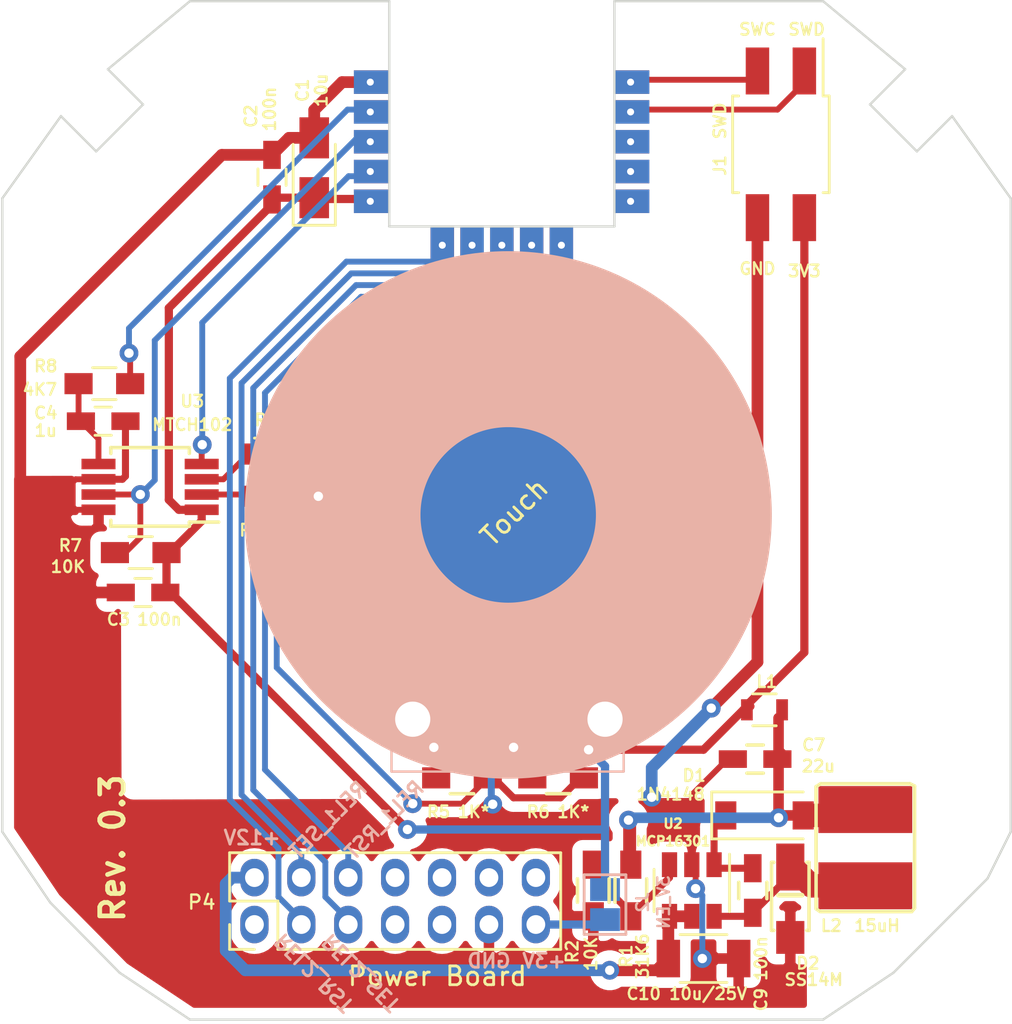
<source format=kicad_pcb>
(kicad_pcb (version 20171130) (host pcbnew 5.1.4-e60b266~84~ubuntu18.04.1)

  (general
    (thickness 1.6)
    (drawings 36)
    (tracks 221)
    (zones 0)
    (modules 31)
    (nets 29)
  )

  (page A4)
  (layers
    (0 F.Cu signal)
    (31 B.Cu signal)
    (32 B.Adhes user)
    (33 F.Adhes user)
    (34 B.Paste user)
    (35 F.Paste user)
    (36 B.SilkS user)
    (37 F.SilkS user)
    (38 B.Mask user)
    (39 F.Mask user)
    (40 Dwgs.User user hide)
    (41 Cmts.User user)
    (42 Eco1.User user)
    (43 Eco2.User user)
    (44 Edge.Cuts user)
    (45 Margin user)
    (46 B.CrtYd user)
    (47 F.CrtYd user)
    (48 B.Fab user)
    (49 F.Fab user)
  )

  (setup
    (last_trace_width 0.25)
    (trace_clearance 0.25)
    (zone_clearance 0.45)
    (zone_45_only no)
    (trace_min 0.25)
    (via_size 0.8)
    (via_drill 0.4)
    (via_min_size 0.4)
    (via_min_drill 0.3)
    (uvia_size 0.3)
    (uvia_drill 0.1)
    (uvias_allowed no)
    (uvia_min_size 0.2)
    (uvia_min_drill 0.1)
    (edge_width 0.1)
    (segment_width 0.2)
    (pcb_text_width 0.3)
    (pcb_text_size 1.5 1.5)
    (mod_edge_width 0.15)
    (mod_text_size 0.5 0.5)
    (mod_text_width 0.1)
    (pad_size 1.5 1.5)
    (pad_drill 0.6)
    (pad_to_mask_clearance 0)
    (aux_axis_origin 0 0)
    (visible_elements 7FFFFF7F)
    (pcbplotparams
      (layerselection 0x010fc_ffffffff)
      (usegerberextensions true)
      (usegerberattributes false)
      (usegerberadvancedattributes false)
      (creategerberjobfile false)
      (excludeedgelayer true)
      (linewidth 0.100000)
      (plotframeref false)
      (viasonmask false)
      (mode 1)
      (useauxorigin false)
      (hpglpennumber 1)
      (hpglpenspeed 20)
      (hpglpendiameter 15.000000)
      (psnegative false)
      (psa4output false)
      (plotreference true)
      (plotvalue true)
      (plotinvisibletext false)
      (padsonsilk false)
      (subtractmaskfromsilk true)
      (outputformat 1)
      (mirror false)
      (drillshape 0)
      (scaleselection 1)
      (outputdirectory "gerber/"))
  )

  (net 0 "")
  (net 1 +3V3)
  (net 2 GND)
  (net 3 "Net-(C7-Pad1)")
  (net 4 "Net-(C9-Pad2)")
  (net 5 "Net-(C9-Pad1)")
  (net 6 /12Vcc)
  (net 7 "Net-(D5-Pad1)")
  (net 8 "Net-(D6-Pad2)")
  (net 9 /TS1)
  (net 10 /S1_LEDs)
  (net 11 "Net-(R1-Pad1)")
  (net 12 /Relay2_Reset)
  (net 13 /Relay1_Reset)
  (net 14 /Relay2_Set)
  (net 15 /Relay1_Set)
  (net 16 /SWCLK)
  (net 17 /SWDIO)
  (net 18 "Net-(C4-Pad1)")
  (net 19 "Net-(R3-Pad1)")
  (net 20 "Net-(R3-Pad2)")
  (net 21 "Net-(R4-Pad2)")
  (net 22 "Net-(R4-Pad1)")
  (net 23 /MTSA)
  (net 24 /MTPM)
  (net 25 "Net-(J2-Pad2)")
  (net 26 "Net-(U5-Pad11)")
  (net 27 "Net-(U5-Pad12)")
  (net 28 "Net-(U5-Pad13)")

  (net_class Default "This is the default net class."
    (clearance 0.25)
    (trace_width 0.25)
    (via_dia 0.8)
    (via_drill 0.4)
    (uvia_dia 0.3)
    (uvia_drill 0.1)
    (add_net +3V3)
    (add_net /12Vcc)
    (add_net /MTPM)
    (add_net /MTSA)
    (add_net /Relay1_Reset)
    (add_net /Relay1_Set)
    (add_net /Relay2_Reset)
    (add_net /Relay2_Set)
    (add_net /S1_LEDs)
    (add_net /SWCLK)
    (add_net /SWDIO)
    (add_net /TS1)
    (add_net GND)
    (add_net "Net-(C4-Pad1)")
    (add_net "Net-(C7-Pad1)")
    (add_net "Net-(C9-Pad1)")
    (add_net "Net-(C9-Pad2)")
    (add_net "Net-(D5-Pad1)")
    (add_net "Net-(D6-Pad2)")
    (add_net "Net-(J2-Pad2)")
    (add_net "Net-(R1-Pad1)")
    (add_net "Net-(R3-Pad1)")
    (add_net "Net-(R3-Pad2)")
    (add_net "Net-(R4-Pad1)")
    (add_net "Net-(R4-Pad2)")
    (add_net "Net-(U5-Pad11)")
    (add_net "Net-(U5-Pad12)")
    (add_net "Net-(U5-Pad13)")
  )

  (module myfootprints:Holyiot-NRF52832 (layer B.Cu) (tedit 5B1901FD) (tstamp 5B0C4249)
    (at 142.14 75.15 180)
    (path /5B0A5843)
    (fp_text reference U5 (at 0.4 0.5615 180) (layer B.SilkS) hide
      (effects (font (size 0.8 0.8) (thickness 0.15)) (justify mirror))
    )
    (fp_text value H_NRF52832 (at 0.4 -0.4385 180) (layer B.SilkS) hide
      (effects (font (size 0.8 0.8) (thickness 0.15)) (justify mirror))
    )
    (fp_line (start -4.8 -4.625) (end 4.7 -4.625) (layer Dwgs.User) (width 0.15))
    (fp_line (start -4.8 4.625) (end -4.8 -4.625) (layer Dwgs.User) (width 0.15))
    (fp_line (start 4.7 -4.625) (end 4.7 4.625) (layer Dwgs.User) (width 0.15))
    (fp_line (start -4.800032 4.625) (end 4.7 4.625) (layer Dwgs.User) (width 0.15))
    (fp_line (start -1.7 4.2) (end 1.70147 4.2) (layer Dwgs.User) (width 0.15))
    (fp_line (start -1.70147 2.7) (end 1.7 2.7) (layer Dwgs.User) (width 0.15))
    (fp_line (start -1.7 2.7) (end -1.7 4.2) (layer Dwgs.User) (width 0.15))
    (fp_line (start 1.7 2.7) (end 1.7 4.2) (layer Dwgs.User) (width 0.15))
    (fp_text user ANT (at 0.1 3.4 180) (layer Dwgs.User)
      (effects (font (size 1 1) (thickness 0.15)))
    )
    (pad 11 thru_hole circle (at -5.55 -3.58 180) (size 0.6 0.6) (drill 0.3) (layers *.Cu *.Mask)
      (net 26 "Net-(U5-Pad11)"))
    (pad 12 thru_hole circle (at -5.55 -2.31 180) (size 0.6 0.6) (drill 0.3) (layers *.Cu *.Mask)
      (net 27 "Net-(U5-Pad12)"))
    (pad 13 thru_hole circle (at -5.55 -1.04 180) (size 0.6 0.6) (drill 0.3) (layers *.Cu *.Mask)
      (net 28 "Net-(U5-Pad13)"))
    (pad 14 thru_hole circle (at -5.55 0.23 180) (size 0.6 0.6) (drill 0.3) (layers *.Cu *.Mask)
      (net 17 /SWDIO))
    (pad 11 smd rect (at -5.6 -3.58 180) (size 1.5 1) (layers F.Cu F.Paste F.Mask)
      (net 26 "Net-(U5-Pad11)"))
    (pad 12 smd rect (at -5.6 -2.31 180) (size 1.5 1) (layers F.Cu F.Paste F.Mask)
      (net 27 "Net-(U5-Pad12)"))
    (pad 13 smd rect (at -5.6 -1.04 180) (size 1.5 1) (layers F.Cu F.Paste F.Mask)
      (net 28 "Net-(U5-Pad13)"))
    (pad 14 smd rect (at -5.6 0.23 180) (size 1.5 1) (layers F.Cu F.Paste F.Mask)
      (net 17 /SWDIO))
    (pad 15 smd rect (at -5.6 1.5 180) (size 1.5 1) (layers F.Cu F.Paste F.Mask)
      (net 16 /SWCLK))
    (pad 15 thru_hole circle (at -5.55 1.5 180) (size 0.6 0.6) (drill 0.3) (layers *.Cu *.Mask)
      (net 16 /SWCLK))
    (pad 6 thru_hole circle (at 2.48 -5.45 180) (size 0.6 0.6) (drill 0.3) (layers *.Cu *.Mask)
      (net 12 /Relay2_Reset))
    (pad 7 thru_hole circle (at 1.21 -5.45 180) (size 0.6 0.6) (drill 0.3) (layers *.Cu *.Mask)
      (net 15 /Relay1_Set))
    (pad 8 thru_hole circle (at -0.06 -5.45 180) (size 0.6 0.6) (drill 0.3) (layers *.Cu *.Mask)
      (net 14 /Relay2_Set))
    (pad 9 thru_hole circle (at -1.33 -5.45 180) (size 0.6 0.6) (drill 0.3) (layers *.Cu *.Mask)
      (net 13 /Relay1_Reset))
    (pad 10 thru_hole circle (at -2.6 -5.45 180) (size 0.6 0.6) (drill 0.3) (layers *.Cu *.Mask)
      (net 10 /S1_LEDs))
    (pad 6 smd rect (at 2.48 -5.4 90) (size 1.5 1) (layers F.Cu F.Paste F.Mask)
      (net 12 /Relay2_Reset))
    (pad 7 smd rect (at 1.21 -5.4 90) (size 1.5 1) (layers F.Cu F.Paste F.Mask)
      (net 15 /Relay1_Set))
    (pad 8 smd rect (at -0.06 -5.4 90) (size 1.5 1) (layers F.Cu F.Paste F.Mask)
      (net 14 /Relay2_Set))
    (pad 9 smd rect (at -1.33 -5.4 90) (size 1.5 1) (layers F.Cu F.Paste F.Mask)
      (net 13 /Relay1_Reset))
    (pad 10 smd rect (at -2.6 -5.4 90) (size 1.5 1) (layers F.Cu F.Paste F.Mask)
      (net 10 /S1_LEDs))
    (pad 5 thru_hole circle (at 5.55 -3.58 180) (size 0.6 0.6) (drill 0.3) (layers *.Cu *.Mask)
      (net 1 +3V3))
    (pad 4 thru_hole circle (at 5.55 -2.31 180) (size 0.6 0.6) (drill 0.3) (layers *.Cu *.Mask)
      (net 24 /MTPM))
    (pad 3 thru_hole circle (at 5.55 -1.04 180) (size 0.6 0.6) (drill 0.3) (layers *.Cu *.Mask)
      (net 9 /TS1))
    (pad 2 thru_hole circle (at 5.55 0.23 180) (size 0.6 0.6) (drill 0.3) (layers *.Cu *.Mask)
      (net 23 /MTSA))
    (pad 1 smd rect (at 5.5 1.5 180) (size 1.5 1) (layers B.Cu B.Paste B.Mask)
      (net 2 GND))
    (pad 2 smd rect (at 5.5 0.23 180) (size 1.5 1) (layers B.Cu B.Paste B.Mask)
      (net 23 /MTSA))
    (pad 3 smd rect (at 5.5 -1.04 180) (size 1.5 1) (layers B.Cu B.Paste B.Mask)
      (net 9 /TS1))
    (pad 4 smd rect (at 5.5 -2.31 180) (size 1.5 1) (layers B.Cu B.Paste B.Mask)
      (net 24 /MTPM))
    (pad 5 smd rect (at 5.5 -3.58 180) (size 1.5 1) (layers B.Cu B.Paste B.Mask)
      (net 1 +3V3))
    (pad 10 smd rect (at -2.6 -5.4 90) (size 1.5 1) (layers B.Cu B.Paste B.Mask)
      (net 10 /S1_LEDs))
    (pad 9 smd rect (at -1.33 -5.4 90) (size 1.5 1) (layers B.Cu B.Paste B.Mask)
      (net 13 /Relay1_Reset))
    (pad 8 smd rect (at -0.06 -5.4 90) (size 1.5 1) (layers B.Cu B.Paste B.Mask)
      (net 14 /Relay2_Set))
    (pad 7 smd rect (at 1.21 -5.4 90) (size 1.5 1) (layers B.Cu B.Paste B.Mask)
      (net 15 /Relay1_Set))
    (pad 6 smd rect (at 2.48 -5.4 90) (size 1.5 1) (layers B.Cu B.Paste B.Mask)
      (net 12 /Relay2_Reset))
    (pad 14 smd rect (at -5.6 0.23 180) (size 1.5 1) (layers B.Cu B.Paste B.Mask)
      (net 17 /SWDIO))
    (pad 12 smd rect (at -5.6 -2.31 180) (size 1.5 1) (layers B.Cu B.Paste B.Mask)
      (net 27 "Net-(U5-Pad12)"))
    (pad 13 smd rect (at -5.6 -1.04 180) (size 1.5 1) (layers B.Cu B.Paste B.Mask)
      (net 28 "Net-(U5-Pad13)"))
    (pad 11 smd rect (at -5.6 -3.58 180) (size 1.5 1) (layers B.Cu B.Paste B.Mask)
      (net 26 "Net-(U5-Pad11)"))
    (pad 15 smd rect (at -5.6 1.5 180) (size 1.5 1) (layers B.Cu B.Paste B.Mask)
      (net 16 /SWCLK))
    (pad 1 smd rect (at 5.5 1.5 180) (size 1.5 1) (layers F.Cu F.Paste F.Mask)
      (net 2 GND))
    (pad 2 smd rect (at 5.5 0.23 180) (size 1.5 1) (layers F.Cu F.Paste F.Mask)
      (net 23 /MTSA))
    (pad 3 smd rect (at 5.5 -1.04 180) (size 1.5 1) (layers F.Cu F.Paste F.Mask)
      (net 9 /TS1))
    (pad 4 smd rect (at 5.5 -2.31 180) (size 1.5 1) (layers F.Cu F.Paste F.Mask)
      (net 24 /MTPM))
    (pad 5 smd rect (at 5.5 -3.58 180) (size 1.5 1) (layers F.Cu F.Paste F.Mask)
      (net 1 +3V3))
    (pad 1 thru_hole circle (at 5.55 1.5 180) (size 0.6 0.6) (drill 0.3) (layers *.Cu *.Mask)
      (net 2 GND))
    (model ${KIPRJMOD}/shapes3D/Holyiot_TinyBLE_nRF52832.stp
      (offset (xyz -4.729999928962528 -4.749999928662157 -1.299999980475959))
      (scale (xyz 1 1 1))
      (rotate (xyz 0 0 0))
    )
  )

  (module Pin_Headers:Pin_Header_Straight_2x07_Pitch2.00mm locked (layer F.Cu) (tedit 59E523B5) (tstamp 590C399A)
    (at 131.65 109.55 90)
    (descr "Through hole straight pin header, 2x07, 2.00mm pitch, double rows")
    (tags "Through hole pin header THT 2x07 2.00mm double row")
    (path /586CF0D6)
    (fp_text reference P4 (at 0.95 -2.25 180) (layer F.SilkS)
      (effects (font (size 0.6 0.6) (thickness 0.1)))
    )
    (fp_text value "Power Board" (at -2.2 7.8 180) (layer F.SilkS)
      (effects (font (size 0.8 0.8) (thickness 0.12)))
    )
    (fp_text user %R (at 1 -2.06 90) (layer F.Fab) hide
      (effects (font (size 1 1) (thickness 0.15)))
    )
    (fp_line (start 3.5 -1.5) (end -1.5 -1.5) (layer F.CrtYd) (width 0.05))
    (fp_line (start 3.5 13.5) (end 3.5 -1.5) (layer F.CrtYd) (width 0.05))
    (fp_line (start -1.5 13.5) (end 3.5 13.5) (layer F.CrtYd) (width 0.05))
    (fp_line (start -1.5 -1.5) (end -1.5 13.5) (layer F.CrtYd) (width 0.05))
    (fp_line (start -1.06 -1.06) (end 0 -1.06) (layer F.SilkS) (width 0.12))
    (fp_line (start -1.06 0) (end -1.06 -1.06) (layer F.SilkS) (width 0.12))
    (fp_line (start 1 1) (end -1.06 1) (layer F.SilkS) (width 0.12))
    (fp_line (start 1 -1.06) (end 1 1) (layer F.SilkS) (width 0.12))
    (fp_line (start 3.06 -1.06) (end 1 -1.06) (layer F.SilkS) (width 0.12))
    (fp_line (start 3.06 13.06) (end 3.06 -1.06) (layer F.SilkS) (width 0.12))
    (fp_line (start -1.06 13.06) (end 3.06 13.06) (layer F.SilkS) (width 0.12))
    (fp_line (start -1.06 1) (end -1.06 13.06) (layer F.SilkS) (width 0.12))
    (fp_line (start 3 -1) (end -1 -1) (layer F.Fab) (width 0.1))
    (fp_line (start 3 13) (end 3 -1) (layer F.Fab) (width 0.1))
    (fp_line (start -1 13) (end 3 13) (layer F.Fab) (width 0.1))
    (fp_line (start -1 -1) (end -1 13) (layer F.Fab) (width 0.1))
    (pad 14 thru_hole oval (at 2 12 90) (size 1.6 1.2) (drill 0.8) (layers *.Cu *.Mask))
    (pad 13 thru_hole oval (at 0 12 90) (size 1.6 1.2) (drill 0.8) (layers *.Cu *.Mask)
      (net 25 "Net-(J2-Pad2)"))
    (pad 12 thru_hole oval (at 2 10 90) (size 1.6 1.2) (drill 0.8) (layers *.Cu *.Mask))
    (pad 11 thru_hole oval (at 0 10 90) (size 1.6 1.2) (drill 0.8) (layers *.Cu *.Mask)
      (net 2 GND))
    (pad 10 thru_hole oval (at 2 8 90) (size 1.6 1.2) (drill 0.8) (layers *.Cu *.Mask))
    (pad 9 thru_hole oval (at 0 8 90) (size 1.6 1.2) (drill 0.8) (layers *.Cu *.Mask))
    (pad 8 thru_hole oval (at 2 6 90) (size 1.6 1.2) (drill 0.8) (layers *.Cu *.Mask))
    (pad 7 thru_hole oval (at 0 6 90) (size 1.6 1.2) (drill 0.8) (layers *.Cu *.Mask))
    (pad 6 thru_hole oval (at 2 4 90) (size 1.6 1.2) (drill 0.8) (layers *.Cu *.Mask)
      (net 13 /Relay1_Reset))
    (pad 5 thru_hole oval (at 0 4 90) (size 1.6 1.2) (drill 0.8) (layers *.Cu *.Mask)
      (net 14 /Relay2_Set))
    (pad 4 thru_hole oval (at 2 2 90) (size 1.6 1.2) (drill 0.8) (layers *.Cu *.Mask)
      (net 15 /Relay1_Set))
    (pad 3 thru_hole oval (at 0 2 90) (size 1.6 1.2) (drill 0.8) (layers *.Cu *.Mask)
      (net 12 /Relay2_Reset))
    (pad 2 thru_hole oval (at 2 0 90) (size 1.6 1.2) (drill 0.8) (layers *.Cu *.Mask)
      (net 6 /12Vcc))
    (pad 1 thru_hole oval (at 0 0 90) (size 1.6 1.2) (drill 0.8) (layers *.Cu *.Mask))
    (model ${KIPRJMOD}/shapes3D/female_header_2row_14pins_2mm.stp
      (at (xyz 0 0 0))
      (scale (xyz 1 1 1))
      (rotate (xyz 0 0 0))
    )
  )

  (module myfootprints:Livolo_EU_SW_1_Channel_1Way_Frame_VL-C702X-2_Ver_C1 locked (layer B.Cu) (tedit 5910668F) (tstamp 595234D5)
    (at 142.3 92 180)
    (fp_text reference REF** (at -0.3 -0.5 180) (layer B.SilkS) hide
      (effects (font (size 0.5 0.5) (thickness 0.1)) (justify mirror))
    )
    (fp_text value Livolo_EU_SW_2Ways_Frame_VL-C702X-2_Ver_C1 (at 0 0.5 180) (layer B.Fab) hide
      (effects (font (size 0.5 0.5) (thickness 0.1)) (justify mirror))
    )
    (fp_line (start -1.1 -10.57522) (end -1.1 -9.577) (layer Dwgs.User) (width 0.1))
    (fp_circle (center -0.169276 -0.109512) (end 7.475 0.125) (layer B.SilkS) (width 0.1))
    (fp_line (start 3.297 -10.57522) (end 0.756938 -10.57522) (layer Dwgs.User) (width 0.1))
    (fp_line (start -3.640062 -10.57522) (end -3.640062 -9.575) (layer Dwgs.User) (width 0.1))
    (fp_line (start 3.357 -9.577) (end 0.817 -9.577) (layer Dwgs.User) (width 0.1))
    (fp_line (start 4.8048 -11.030002) (end 4.8048 -5.974511) (layer B.SilkS) (width 0.1))
    (fp_circle (center -4.247575 -8.803) (end -3.545536 -9.057) (layer Dwgs.User) (width 0.15))
    (fp_line (start 0.757 -10.57522) (end 0.757 -9.577) (layer Dwgs.User) (width 0.1))
    (fp_line (start 3.297 -9.577) (end 0.757 -9.577) (layer Dwgs.User) (width 0.1))
    (fp_line (start -1.1 -9.577) (end -3.64 -9.577) (layer Dwgs.User) (width 0.1))
    (fp_line (start -5.09516 -11.030002) (end -5.09516 -5.974511) (layer B.SilkS) (width 0.1))
    (fp_line (start 3.357 -10.57522) (end 3.357 -9.577) (layer Dwgs.User) (width 0.1))
    (fp_line (start 3.357 -10.57522) (end 0.816938 -10.57522) (layer Dwgs.User) (width 0.1))
    (fp_circle (center 3.992 -8.818425) (end 4.694039 -9.072425) (layer Dwgs.User) (width 0.15))
    (fp_line (start -1.1 -10.57522) (end -3.640062 -10.57522) (layer Dwgs.User) (width 0.1))
    (fp_line (start 4.800006 -11.03202) (end -5.09 -11.03202) (layer B.SilkS) (width 0.1))
    (fp_line (start -16.61922 -19.58594) (end -13.61694 -21.58492) (layer Dwgs.User) (width 0.1))
    (fp_line (start 13.38072 -21.58492) (end 16.383 -19.58594) (layer Dwgs.User) (width 0.1))
    (fp_line (start 16.88084 18.91538) (end 15.38224 17.41424) (layer Dwgs.User) (width 0.1))
    (fp_line (start -13.61694 21.41474) (end 13.38072 21.41474) (layer Dwgs.User) (width 0.1))
    (fp_line (start 18.88236 16.9164) (end 21.38172 13.41628) (layer Dwgs.User) (width 0.1))
    (fp_line (start -13.61694 -21.58492) (end 13.38072 -21.58492) (layer Dwgs.User) (width 0.1))
    (fp_circle (center 10.652024 -15.552928) (end 11.203748 -15.552928) (layer Dwgs.User) (width 0.1))
    (fp_line (start -15.61846 17.41424) (end -17.11706 18.91538) (layer Dwgs.User) (width 0.1))
    (fp_line (start 13.38072 21.41474) (end 16.88084 18.91538) (layer Dwgs.User) (width 0.1))
    (fp_line (start 15.38224 17.41424) (end 17.38122 15.41526) (layer Dwgs.User) (width 0.1))
    (fp_line (start -21.61794 -13.58392) (end -20.61718 -15.58544) (layer Dwgs.User) (width 0.1))
    (fp_line (start -20.61718 -15.58544) (end -16.61922 -19.58594) (layer Dwgs.User) (width 0.1))
    (fp_line (start 17.38122 15.41526) (end 18.88236 16.9164) (layer Dwgs.User) (width 0.1))
    (fp_line (start 16.383 -19.58594) (end 19.38274 -16.58366) (layer Dwgs.User) (width 0.1))
    (fp_line (start 19.38274 -16.58366) (end 21.38172 -13.58392) (layer Dwgs.User) (width 0.1))
    (fp_line (start -21.61794 13.41628) (end -19.11858 16.9164) (layer Dwgs.User) (width 0.1))
    (fp_line (start -19.11858 16.9164) (end -17.61744 15.41526) (layer Dwgs.User) (width 0.1))
    (fp_line (start -17.11706 18.91538) (end -13.61694 21.41474) (layer Dwgs.User) (width 0.1))
    (fp_line (start -21.61794 -13.58392) (end -21.61794 13.41628) (layer Dwgs.User) (width 0.1))
    (fp_line (start 21.38172 -13.58392) (end 21.38172 13.41628) (layer Dwgs.User) (width 0.1))
    (fp_line (start -17.61744 15.41526) (end -15.61846 17.41424) (layer Dwgs.User) (width 0.1))
    (fp_circle (center 8.652024 -15.552928) (end 9.203748 -15.552928) (layer Dwgs.User) (width 0.1))
    (fp_circle (center 6.652024 -15.552928) (end 7.203748 -15.552928) (layer Dwgs.User) (width 0.1))
    (fp_circle (center 4.652024 -15.552928) (end 5.203748 -15.552928) (layer Dwgs.User) (width 0.1))
    (fp_circle (center 2.652024 -15.552928) (end 3.203748 -15.552928) (layer Dwgs.User) (width 0.1))
    (fp_circle (center 0.652024 -15.552928) (end 1.203748 -15.552928) (layer Dwgs.User) (width 0.1))
    (fp_circle (center -1.347976 -15.552928) (end -0.796252 -15.552928) (layer Dwgs.User) (width 0.1))
    (fp_circle (center 10.652024 -17.552928) (end 11.203748 -17.552928) (layer Dwgs.User) (width 0.1))
    (fp_circle (center 8.652024 -17.552928) (end 9.203748 -17.552928) (layer Dwgs.User) (width 0.1))
    (fp_circle (center 6.652024 -17.552928) (end 7.203748 -17.552928) (layer Dwgs.User) (width 0.1))
    (fp_circle (center 4.652024 -17.552928) (end 5.203748 -17.552928) (layer Dwgs.User) (width 0.1))
    (fp_circle (center 2.652024 -17.552928) (end 3.203748 -17.552928) (layer Dwgs.User) (width 0.1))
    (fp_circle (center 0.652024 -17.552928) (end 1.203748 -17.552928) (layer Dwgs.User) (width 0.1))
    (fp_circle (center -1.347976 -17.552928) (end -0.796252 -17.552928) (layer Dwgs.User) (width 0.1))
  )

  (module Pin_Headers:Pin_Header_Straight_2x02_Pitch2.00mm_SMD (layer F.Cu) (tedit 594A0E13) (tstamp 59483961)
    (at 154.1 76.3 270)
    (descr "surface-mounted straight pin header, 2x02, 2.00mm pitch, double rows")
    (tags "Surface mounted pin header SMD 2x02 2.00mm double row")
    (path /594872D4)
    (attr smd)
    (fp_text reference J1 (at 0.9 2.6 270) (layer F.SilkS)
      (effects (font (size 0.5 0.5) (thickness 0.1)))
    )
    (fp_text value SWD (at -1 2.6 270) (layer F.SilkS)
      (effects (font (size 0.5 0.5) (thickness 0.1)))
    )
    (fp_text user %R (at 0 -3.06 270) (layer F.Fab) hide
      (effects (font (size 1 1) (thickness 0.15)))
    )
    (fp_line (start 5 -2.5) (end -5 -2.5) (layer F.CrtYd) (width 0.05))
    (fp_line (start 5 2.5) (end 5 -2.5) (layer F.CrtYd) (width 0.05))
    (fp_line (start -5 2.5) (end 5 2.5) (layer F.CrtYd) (width 0.05))
    (fp_line (start -5 -2.5) (end -5 2.5) (layer F.CrtYd) (width 0.05))
    (fp_line (start -4.5 -1.8) (end -2.06 -1.8) (layer F.SilkS) (width 0.12))
    (fp_line (start 2.06 2.06) (end 2.06 1.8) (layer F.SilkS) (width 0.12))
    (fp_line (start -2.06 2.06) (end 2.06 2.06) (layer F.SilkS) (width 0.12))
    (fp_line (start -2.06 1.8) (end -2.06 2.06) (layer F.SilkS) (width 0.12))
    (fp_line (start 2.06 -2.06) (end 2.06 -1.8) (layer F.SilkS) (width 0.12))
    (fp_line (start -2.06 -2.06) (end 2.06 -2.06) (layer F.SilkS) (width 0.12))
    (fp_line (start -2.06 -1.8) (end -2.06 -2.06) (layer F.SilkS) (width 0.12))
    (fp_line (start 3 0.75) (end 2 0.75) (layer F.Fab) (width 0.1))
    (fp_line (start 3 1.25) (end 3 0.75) (layer F.Fab) (width 0.1))
    (fp_line (start 2 1.25) (end 3 1.25) (layer F.Fab) (width 0.1))
    (fp_line (start 2 0.75) (end 2 1.25) (layer F.Fab) (width 0.1))
    (fp_line (start -3 0.75) (end -2 0.75) (layer F.Fab) (width 0.1))
    (fp_line (start -3 1.25) (end -3 0.75) (layer F.Fab) (width 0.1))
    (fp_line (start -2 1.25) (end -3 1.25) (layer F.Fab) (width 0.1))
    (fp_line (start -2 0.75) (end -2 1.25) (layer F.Fab) (width 0.1))
    (fp_line (start 3 -1.25) (end 2 -1.25) (layer F.Fab) (width 0.1))
    (fp_line (start 3 -0.75) (end 3 -1.25) (layer F.Fab) (width 0.1))
    (fp_line (start 2 -0.75) (end 3 -0.75) (layer F.Fab) (width 0.1))
    (fp_line (start 2 -1.25) (end 2 -0.75) (layer F.Fab) (width 0.1))
    (fp_line (start -3 -1.25) (end -2 -1.25) (layer F.Fab) (width 0.1))
    (fp_line (start -3 -0.75) (end -3 -1.25) (layer F.Fab) (width 0.1))
    (fp_line (start -2 -0.75) (end -3 -0.75) (layer F.Fab) (width 0.1))
    (fp_line (start -2 -1.25) (end -2 -0.75) (layer F.Fab) (width 0.1))
    (fp_line (start 2 -2) (end -2 -2) (layer F.Fab) (width 0.1))
    (fp_line (start 2 2) (end 2 -2) (layer F.Fab) (width 0.1))
    (fp_line (start -2 2) (end 2 2) (layer F.Fab) (width 0.1))
    (fp_line (start -2 -2) (end -2 2) (layer F.Fab) (width 0.1))
    (pad 4 smd rect (at 3.125 1 270) (size 2 1) (layers F.Cu F.Paste F.Mask)
      (net 2 GND))
    (pad 3 smd rect (at -3.125 1 270) (size 2 1) (layers F.Cu F.Paste F.Mask)
      (net 16 /SWCLK))
    (pad 2 smd rect (at 3.125 -1 270) (size 2 1) (layers F.Cu F.Paste F.Mask)
      (net 1 +3V3))
    (pad 1 smd rect (at -3.125 -1 270) (size 2 1) (layers F.Cu F.Paste F.Mask)
      (net 17 /SWDIO))
  )

  (module myfootprints:VLCF4020T-150MR68 (layer F.Cu) (tedit 5979D357) (tstamp 586E5C30)
    (at 157.7 106.4)
    (path /586CFA44)
    (fp_text reference L2 (at -1.45 3.2 -180) (layer F.SilkS)
      (effects (font (size 0.5 0.5) (thickness 0.1)))
    )
    (fp_text value 15uH (at 0.5 3.2) (layer F.SilkS)
      (effects (font (size 0.5 0.5) (thickness 0.1)))
    )
    (fp_line (start -2.1 2.475) (end -1.925 2.6) (layer F.SilkS) (width 0.15))
    (fp_line (start 2.1 2.45) (end 1.975 2.6) (layer F.SilkS) (width 0.15))
    (fp_line (start 1.975 2.6) (end -1.9 2.6) (layer F.SilkS) (width 0.15))
    (fp_line (start 2.1 -2.75) (end 1.9 -2.85) (layer F.SilkS) (width 0.15))
    (fp_line (start 2.1 2.45) (end 2.1 -2.75) (layer F.SilkS) (width 0.15))
    (fp_line (start -1.9 -2.85) (end 1.9 -2.85) (layer F.SilkS) (width 0.15))
    (fp_line (start -2.1 2.475) (end -2.1 -2.725) (layer F.SilkS) (width 0.15))
    (fp_line (start -2.1 -2.725) (end -1.9 -2.85) (layer F.SilkS) (width 0.15))
    (pad 1 smd rect (at 0 -1.75) (size 4 2) (layers F.Cu F.Paste F.Mask)
      (net 3 "Net-(C7-Pad1)"))
    (pad 2 smd rect (at 0 1.5) (size 4 2) (layers F.Cu F.Paste F.Mask)
      (net 4 "Net-(C9-Pad2)"))
    (model ${KIPRJMOD}/shapes3D/IFSC-1515AH-01_sp.step
      (at (xyz 0 0 0))
      (scale (xyz 1 1 1))
      (rotate (xyz 0 0 0))
    )
  )

  (module myfootprints:SS14M (layer F.Cu) (tedit 58E37FED) (tstamp 586E5B7F)
    (at 154.5 108.6 270)
    (path /586CFC73)
    (fp_text reference D2 (at 2.6 -0.75) (layer F.SilkS)
      (effects (font (size 0.5 0.5) (thickness 0.1)))
    )
    (fp_text value SS14M (at 3.3 -1) (layer F.SilkS)
      (effects (font (size 0.5 0.5) (thickness 0.1)))
    )
    (fp_line (start -0.3 -0.5) (end -0.3 0.5) (layer F.SilkS) (width 0.2))
    (fp_line (start 1.2 -0.8) (end 1.2 -0.7) (layer F.SilkS) (width 0.15))
    (fp_line (start -1.7 -0.8) (end 1.2 -0.8) (layer F.SilkS) (width 0.15))
    (fp_line (start -1.7 0.8) (end 1.201723 0.8) (layer F.SilkS) (width 0.15))
    (fp_line (start 1.2 0.7) (end 1.2 0.8) (layer F.SilkS) (width 0.15))
    (fp_line (start -1.7 0.7) (end -1.7 0.8) (layer F.SilkS) (width 0.15))
    (fp_line (start -1.7 -0.8) (end -1.7 -0.7) (layer F.SilkS) (width 0.15))
    (pad 1 smd rect (at -1.5 0 270) (size 2 1.2) (layers F.Cu F.Paste F.Mask)
      (net 4 "Net-(C9-Pad2)"))
    (pad 2 smd rect (at 1.5 0 270) (size 1.4 1.2) (layers F.Cu F.Paste F.Mask)
      (net 2 GND))
    (model ${KIPRJMOD}/shapes3D/DO-219AB.stp
      (at (xyz 0 0 0))
      (scale (xyz 1 1 1))
      (rotate (xyz 0 0 180))
    )
  )

  (module Resistors_SMD:R_0603_HandSoldering (layer F.Cu) (tedit 586E4F31) (tstamp 586E5C7F)
    (at 146.1 108.1 90)
    (descr "Resistor SMD 0603, hand soldering")
    (tags "resistor 0603")
    (path /586D0315)
    (attr smd)
    (fp_text reference R2 (at -2.6 -0.9 90) (layer F.SilkS)
      (effects (font (size 0.5 0.5) (thickness 0.1)))
    )
    (fp_text value 10K (at -2.7 -0.1 90) (layer F.SilkS)
      (effects (font (size 0.5 0.5) (thickness 0.1)))
    )
    (fp_line (start -0.5 -0.675) (end 0.5 -0.675) (layer F.SilkS) (width 0.15))
    (fp_line (start 0.5 0.675) (end -0.5 0.675) (layer F.SilkS) (width 0.15))
    (fp_line (start 2 -0.8) (end 2 0.8) (layer F.CrtYd) (width 0.05))
    (fp_line (start -2 -0.8) (end -2 0.8) (layer F.CrtYd) (width 0.05))
    (fp_line (start -2 0.8) (end 2 0.8) (layer F.CrtYd) (width 0.05))
    (fp_line (start -2 -0.8) (end 2 -0.8) (layer F.CrtYd) (width 0.05))
    (fp_line (start -0.8 -0.4) (end 0.8 -0.4) (layer F.Fab) (width 0.1))
    (fp_line (start 0.8 -0.4) (end 0.8 0.4) (layer F.Fab) (width 0.1))
    (fp_line (start 0.8 0.4) (end -0.8 0.4) (layer F.Fab) (width 0.1))
    (fp_line (start -0.8 0.4) (end -0.8 -0.4) (layer F.Fab) (width 0.1))
    (pad 2 smd rect (at 1.1 0 90) (size 1.2 0.9) (layers F.Cu F.Paste F.Mask)
      (net 11 "Net-(R1-Pad1)"))
    (pad 1 smd rect (at -1.1 0 90) (size 1.2 0.9) (layers F.Cu F.Paste F.Mask)
      (net 2 GND))
    (model ${KIPRJMOD}/shapes3D/R_0603_HandSoldering.stp
      (at (xyz 0 0 0))
      (scale (xyz 1 1 1))
      (rotate (xyz 0 0 0))
    )
  )

  (module TO_SOT_Packages_SMD:SOT-23-6 (layer F.Cu) (tedit 59E519E6) (tstamp 586E5D06)
    (at 150.3 108.1 270)
    (descr "6-pin SOT-23 package")
    (tags SOT-23-6)
    (path /586CDA6D)
    (attr smd)
    (fp_text reference U2 (at -2.85 0.8 180) (layer F.SilkS)
      (effects (font (size 0.4 0.4) (thickness 0.1)))
    )
    (fp_text value MCP16301 (at -2.1 0.8 180) (layer F.SilkS)
      (effects (font (size 0.4 0.4) (thickness 0.1)))
    )
    (fp_line (start 0.9 -1.55) (end 0.9 1.55) (layer F.Fab) (width 0.15))
    (fp_line (start 0.9 1.55) (end -0.9 1.55) (layer F.Fab) (width 0.15))
    (fp_line (start -0.9 -1.55) (end -0.9 1.55) (layer F.Fab) (width 0.15))
    (fp_line (start 0.9 -1.55) (end -0.9 -1.55) (layer F.Fab) (width 0.15))
    (fp_line (start -1.9 -1.8) (end -1.9 1.8) (layer F.CrtYd) (width 0.05))
    (fp_line (start -1.9 1.8) (end 1.9 1.8) (layer F.CrtYd) (width 0.05))
    (fp_line (start 1.9 1.8) (end 1.9 -1.8) (layer F.CrtYd) (width 0.05))
    (fp_line (start 1.9 -1.8) (end -1.9 -1.8) (layer F.CrtYd) (width 0.05))
    (fp_line (start 0.9 -1.61) (end -1.55 -1.61) (layer F.SilkS) (width 0.12))
    (fp_line (start -0.9 1.61) (end 0.9 1.61) (layer F.SilkS) (width 0.12))
    (pad 5 smd rect (at 1.1 0 270) (size 1.06 0.65) (layers F.Cu F.Paste F.Mask)
      (net 6 /12Vcc))
    (pad 6 smd rect (at 1.1 -0.95 270) (size 1.06 0.65) (layers F.Cu F.Paste F.Mask)
      (net 4 "Net-(C9-Pad2)"))
    (pad 4 smd rect (at 1.1 0.95 270) (size 1.06 0.65) (layers F.Cu F.Paste F.Mask)
      (net 6 /12Vcc))
    (pad 3 smd rect (at -1.1 0.95 270) (size 1.06 0.65) (layers F.Cu F.Paste F.Mask)
      (net 11 "Net-(R1-Pad1)"))
    (pad 2 smd rect (at -1.1 0 270) (size 1.06 0.65) (layers F.Cu F.Paste F.Mask)
      (net 2 GND))
    (pad 1 smd rect (at -1.1 -0.95 270) (size 1.06 0.65) (layers F.Cu F.Paste F.Mask)
      (net 5 "Net-(C9-Pad1)"))
    (model ${KIPRJMOD}/shapes3D/SOT23-6.stp
      (at (xyz 0 0 0))
      (scale (xyz 1 1 1))
      (rotate (xyz 0 0 0))
    )
  )

  (module myfootprints:hole_1.5mm locked (layer F.Cu) (tedit 587347E2) (tstamp 58737615)
    (at 146.6 100.8)
    (fp_text reference REF** (at 0 0.5) (layer F.SilkS) hide
      (effects (font (size 0.5 0.5) (thickness 0.1)))
    )
    (fp_text value hole_1.5mm (at 0 -0.5) (layer F.Fab) hide
      (effects (font (size 0.5 0.5) (thickness 0.1)))
    )
    (pad "" np_thru_hole circle (at 0 0) (size 1.5 1.5) (drill 1.5) (layers *.Cu *.Mask))
  )

  (module myfootprints:hole_1.5mm locked (layer F.Cu) (tedit 587347E2) (tstamp 58734958)
    (at 138.4 100.8)
    (fp_text reference REF** (at 0 0.5) (layer F.SilkS) hide
      (effects (font (size 0.5 0.5) (thickness 0.1)))
    )
    (fp_text value hole_1.5mm (at 0 -0.5) (layer F.Fab) hide
      (effects (font (size 0.5 0.5) (thickness 0.1)))
    )
    (pad "" np_thru_hole circle (at 0 0) (size 1.5 1.5) (drill 1.5) (layers *.Cu *.Mask))
  )

  (module Capacitors_SMD:C_0603_HandSoldering (layer F.Cu) (tedit 586E5461) (tstamp 586E5ABA)
    (at 153 102.5 180)
    (descr "Capacitor SMD 0603, hand soldering")
    (tags "capacitor 0603")
    (path /586E4CE4)
    (attr smd)
    (fp_text reference C7 (at -2.5 0.6 180) (layer F.SilkS)
      (effects (font (size 0.5 0.5) (thickness 0.1)))
    )
    (fp_text value 22u (at -2.7 -0.3) (layer F.SilkS)
      (effects (font (size 0.5 0.5) (thickness 0.1)))
    )
    (fp_line (start -0.8 0.4) (end -0.8 -0.4) (layer F.Fab) (width 0.15))
    (fp_line (start 0.8 0.4) (end -0.8 0.4) (layer F.Fab) (width 0.15))
    (fp_line (start 0.8 -0.4) (end 0.8 0.4) (layer F.Fab) (width 0.15))
    (fp_line (start -0.8 -0.4) (end 0.8 -0.4) (layer F.Fab) (width 0.15))
    (fp_line (start -1.85 -0.75) (end 1.85 -0.75) (layer F.CrtYd) (width 0.05))
    (fp_line (start -1.85 0.75) (end 1.85 0.75) (layer F.CrtYd) (width 0.05))
    (fp_line (start -1.85 -0.75) (end -1.85 0.75) (layer F.CrtYd) (width 0.05))
    (fp_line (start 1.85 -0.75) (end 1.85 0.75) (layer F.CrtYd) (width 0.05))
    (fp_line (start -0.35 -0.6) (end 0.35 -0.6) (layer F.SilkS) (width 0.15))
    (fp_line (start 0.35 0.6) (end -0.35 0.6) (layer F.SilkS) (width 0.15))
    (pad 1 smd rect (at -0.95 0 180) (size 1.2 0.75) (layers F.Cu F.Paste F.Mask)
      (net 3 "Net-(C7-Pad1)"))
    (pad 2 smd rect (at 0.95 0 180) (size 1.2 0.75) (layers F.Cu F.Paste F.Mask)
      (net 2 GND))
    (model ${KIPRJMOD}/shapes3D/C_0603_HandSoldering.stp
      (at (xyz 0 0 0))
      (scale (xyz 1 1 1))
      (rotate (xyz 0 0 0))
    )
  )

  (module Capacitors_SMD:C_0603_HandSoldering (layer F.Cu) (tedit 586E52DF) (tstamp 586E5ADA)
    (at 152.9 108.1 270)
    (descr "Capacitor SMD 0603, hand soldering")
    (tags "capacitor 0603")
    (path /586D0CDF)
    (attr smd)
    (fp_text reference C9 (at 4.65 -0.35 90) (layer F.SilkS)
      (effects (font (size 0.5 0.5) (thickness 0.1)))
    )
    (fp_text value 100n (at 2.9 -0.35 90) (layer F.SilkS)
      (effects (font (size 0.5 0.5) (thickness 0.1)))
    )
    (fp_line (start 0.35 0.6) (end -0.35 0.6) (layer F.SilkS) (width 0.15))
    (fp_line (start -0.35 -0.6) (end 0.35 -0.6) (layer F.SilkS) (width 0.15))
    (fp_line (start 1.85 -0.75) (end 1.85 0.75) (layer F.CrtYd) (width 0.05))
    (fp_line (start -1.85 -0.75) (end -1.85 0.75) (layer F.CrtYd) (width 0.05))
    (fp_line (start -1.85 0.75) (end 1.85 0.75) (layer F.CrtYd) (width 0.05))
    (fp_line (start -1.85 -0.75) (end 1.85 -0.75) (layer F.CrtYd) (width 0.05))
    (fp_line (start -0.8 -0.4) (end 0.8 -0.4) (layer F.Fab) (width 0.15))
    (fp_line (start 0.8 -0.4) (end 0.8 0.4) (layer F.Fab) (width 0.15))
    (fp_line (start 0.8 0.4) (end -0.8 0.4) (layer F.Fab) (width 0.15))
    (fp_line (start -0.8 0.4) (end -0.8 -0.4) (layer F.Fab) (width 0.15))
    (pad 2 smd rect (at 0.95 0 270) (size 1.2 0.75) (layers F.Cu F.Paste F.Mask)
      (net 4 "Net-(C9-Pad2)"))
    (pad 1 smd rect (at -0.95 0 270) (size 1.2 0.75) (layers F.Cu F.Paste F.Mask)
      (net 5 "Net-(C9-Pad1)"))
    (model ${KIPRJMOD}/shapes3D/C_0603_HandSoldering.stp
      (at (xyz 0 0 0))
      (scale (xyz 1 1 1))
      (rotate (xyz 0 0 0))
    )
  )

  (module Diodes_SMD:SOD-123 (layer F.Cu) (tedit 586E52DA) (tstamp 586E5B79)
    (at 153.4 104.9)
    (descr SOD-123)
    (tags SOD-123)
    (path /586CFDB1)
    (attr smd)
    (fp_text reference D1 (at -3 -1.7 180) (layer F.SilkS)
      (effects (font (size 0.5 0.5) (thickness 0.1)))
    )
    (fp_text value 1N4148 (at -4 -0.9) (layer F.SilkS)
      (effects (font (size 0.5 0.5) (thickness 0.1)))
    )
    (fp_line (start -2.25 -1) (end 1.65 -1) (layer F.SilkS) (width 0.12))
    (fp_line (start -2.25 1) (end 1.65 1) (layer F.SilkS) (width 0.12))
    (fp_line (start -2.35 -1.15) (end -2.35 1.15) (layer F.CrtYd) (width 0.05))
    (fp_line (start 2.35 1.15) (end -2.35 1.15) (layer F.CrtYd) (width 0.05))
    (fp_line (start 2.35 -1.15) (end 2.35 1.15) (layer F.CrtYd) (width 0.05))
    (fp_line (start -2.35 -1.15) (end 2.35 -1.15) (layer F.CrtYd) (width 0.05))
    (fp_line (start -1.4 -0.9) (end 1.4 -0.9) (layer F.Fab) (width 0.1))
    (fp_line (start 1.4 -0.9) (end 1.4 0.9) (layer F.Fab) (width 0.1))
    (fp_line (start 1.4 0.9) (end -1.4 0.9) (layer F.Fab) (width 0.1))
    (fp_line (start -1.4 0.9) (end -1.4 -0.9) (layer F.Fab) (width 0.1))
    (fp_line (start -0.75 0) (end -0.35 0) (layer F.Fab) (width 0.1))
    (fp_line (start -0.35 0) (end -0.35 -0.55) (layer F.Fab) (width 0.1))
    (fp_line (start -0.35 0) (end -0.35 0.55) (layer F.Fab) (width 0.1))
    (fp_line (start -0.35 0) (end 0.25 -0.4) (layer F.Fab) (width 0.1))
    (fp_line (start 0.25 -0.4) (end 0.25 0.4) (layer F.Fab) (width 0.1))
    (fp_line (start 0.25 0.4) (end -0.35 0) (layer F.Fab) (width 0.1))
    (fp_line (start 0.25 0) (end 0.75 0) (layer F.Fab) (width 0.1))
    (fp_line (start -2.25 -1) (end -2.25 1) (layer F.SilkS) (width 0.12))
    (pad 2 smd rect (at 1.65 0) (size 0.9 1.2) (layers F.Cu F.Paste F.Mask)
      (net 3 "Net-(C7-Pad1)"))
    (pad 1 smd rect (at -1.65 0) (size 0.9 1.2) (layers F.Cu F.Paste F.Mask)
      (net 5 "Net-(C9-Pad1)"))
    (model ${KIPRJMOD}/shapes3D/SOD123.stp
      (at (xyz 0 0 0))
      (scale (xyz 1 1 1))
      (rotate (xyz 0 0 -90))
    )
  )

  (module Diodes_SMD:D_0603 (layer B.Cu) (tedit 586E5177) (tstamp 586E5BC4)
    (at 144.25 102.05)
    (descr "Diode SMD in 0603 package")
    (tags "smd diode")
    (path /586DBFD9)
    (attr smd)
    (fp_text reference D5 (at 0.75 -1.05) (layer B.SilkS)
      (effects (font (size 0.5 0.5) (thickness 0.1)) (justify mirror))
    )
    (fp_text value Red (at -0.65 -1.05) (layer B.SilkS)
      (effects (font (size 0.5 0.5) (thickness 0.1)) (justify mirror))
    )
    (fp_line (start -1.3 0.55) (end -1.3 -0.55) (layer B.SilkS) (width 0.12))
    (fp_line (start 1.4 -0.65) (end 1.4 0.65) (layer B.CrtYd) (width 0.05))
    (fp_line (start -1.4 -0.65) (end 1.4 -0.65) (layer B.CrtYd) (width 0.05))
    (fp_line (start -1.4 0.65) (end -1.4 -0.65) (layer B.CrtYd) (width 0.05))
    (fp_line (start 1.4 0.65) (end -1.4 0.65) (layer B.CrtYd) (width 0.05))
    (fp_line (start 0.2 0) (end 0.4 0) (layer B.Fab) (width 0.1))
    (fp_line (start -0.1 0) (end -0.3 0) (layer B.Fab) (width 0.1))
    (fp_line (start -0.1 0.2) (end -0.1 -0.2) (layer B.Fab) (width 0.1))
    (fp_line (start 0.2 -0.2) (end 0.2 0.2) (layer B.Fab) (width 0.1))
    (fp_line (start -0.1 0) (end 0.2 -0.2) (layer B.Fab) (width 0.1))
    (fp_line (start 0.2 0.2) (end -0.1 0) (layer B.Fab) (width 0.1))
    (fp_line (start -0.8 -0.4) (end -0.8 0.4) (layer B.Fab) (width 0.1))
    (fp_line (start 0.8 -0.4) (end -0.8 -0.4) (layer B.Fab) (width 0.1))
    (fp_line (start 0.8 0.4) (end 0.8 -0.4) (layer B.Fab) (width 0.1))
    (fp_line (start -0.8 0.4) (end 0.8 0.4) (layer B.Fab) (width 0.1))
    (fp_line (start -1.3 -0.55) (end 0.8 -0.55) (layer B.SilkS) (width 0.12))
    (fp_line (start -1.3 0.55) (end 0.8 0.55) (layer B.SilkS) (width 0.12))
    (pad 1 smd rect (at -0.85 0) (size 0.6 0.8) (layers B.Cu B.Paste B.Mask)
      (net 7 "Net-(D5-Pad1)"))
    (pad 2 smd rect (at 0.85 0) (size 0.6 0.8) (layers B.Cu B.Paste B.Mask)
      (net 1 +3V3))
    (model ${KIPRJMOD}/shapes3D/led_chip_0603_red.stp
      (at (xyz 0 0 0))
      (scale (xyz 1 1 1))
      (rotate (xyz 0 0 0))
    )
  )

  (module Diodes_SMD:D_0603 (layer B.Cu) (tedit 586E5173) (tstamp 586E5BDB)
    (at 140.9 102.05 180)
    (descr "Diode SMD in 0603 package")
    (tags "smd diode")
    (path /586DBC19)
    (attr smd)
    (fp_text reference D6 (at -0.9 1.05 180) (layer B.SilkS)
      (effects (font (size 0.5 0.5) (thickness 0.1)) (justify mirror))
    )
    (fp_text value Blue (at 0.6 1.05 180) (layer B.SilkS)
      (effects (font (size 0.5 0.5) (thickness 0.1)) (justify mirror))
    )
    (fp_line (start -1.3 0.55) (end 0.8 0.55) (layer B.SilkS) (width 0.12))
    (fp_line (start -1.3 -0.55) (end 0.8 -0.55) (layer B.SilkS) (width 0.12))
    (fp_line (start -0.8 0.4) (end 0.8 0.4) (layer B.Fab) (width 0.1))
    (fp_line (start 0.8 0.4) (end 0.8 -0.4) (layer B.Fab) (width 0.1))
    (fp_line (start 0.8 -0.4) (end -0.8 -0.4) (layer B.Fab) (width 0.1))
    (fp_line (start -0.8 -0.4) (end -0.8 0.4) (layer B.Fab) (width 0.1))
    (fp_line (start 0.2 0.2) (end -0.1 0) (layer B.Fab) (width 0.1))
    (fp_line (start -0.1 0) (end 0.2 -0.2) (layer B.Fab) (width 0.1))
    (fp_line (start 0.2 -0.2) (end 0.2 0.2) (layer B.Fab) (width 0.1))
    (fp_line (start -0.1 0.2) (end -0.1 -0.2) (layer B.Fab) (width 0.1))
    (fp_line (start -0.1 0) (end -0.3 0) (layer B.Fab) (width 0.1))
    (fp_line (start 0.2 0) (end 0.4 0) (layer B.Fab) (width 0.1))
    (fp_line (start 1.4 0.65) (end -1.4 0.65) (layer B.CrtYd) (width 0.05))
    (fp_line (start -1.4 0.65) (end -1.4 -0.65) (layer B.CrtYd) (width 0.05))
    (fp_line (start -1.4 -0.65) (end 1.4 -0.65) (layer B.CrtYd) (width 0.05))
    (fp_line (start 1.4 -0.65) (end 1.4 0.65) (layer B.CrtYd) (width 0.05))
    (fp_line (start -1.3 0.55) (end -1.3 -0.55) (layer B.SilkS) (width 0.12))
    (pad 2 smd rect (at 0.85 0 180) (size 0.6 0.8) (layers B.Cu B.Paste B.Mask)
      (net 8 "Net-(D6-Pad2)"))
    (pad 1 smd rect (at -0.85 0 180) (size 0.6 0.8) (layers B.Cu B.Paste B.Mask)
      (net 2 GND))
    (model ${KIPRJMOD}/shapes3D/led_chip_0603_blue.stp
      (at (xyz 0 0 0))
      (scale (xyz 1 1 1))
      (rotate (xyz 0 0 0))
    )
  )

  (module Resistors_SMD:R_0603_HandSoldering (layer F.Cu) (tedit 5979D2CC) (tstamp 586E5C6F)
    (at 147.7 108.1 90)
    (descr "Resistor SMD 0603, hand soldering")
    (tags "resistor 0603")
    (path /586D0A41)
    (attr smd)
    (fp_text reference R1 (at -2.8 -0.2 90) (layer F.SilkS)
      (effects (font (size 0.5 0.5) (thickness 0.1)))
    )
    (fp_text value 31K6 (at -2.8 0.5 90) (layer F.SilkS)
      (effects (font (size 0.5 0.5) (thickness 0.1)))
    )
    (fp_line (start -0.8 0.4) (end -0.8 -0.4) (layer F.Fab) (width 0.1))
    (fp_line (start 0.8 0.4) (end -0.8 0.4) (layer F.Fab) (width 0.1))
    (fp_line (start 0.8 -0.4) (end 0.8 0.4) (layer F.Fab) (width 0.1))
    (fp_line (start -0.8 -0.4) (end 0.8 -0.4) (layer F.Fab) (width 0.1))
    (fp_line (start -2 -0.8) (end 2 -0.8) (layer F.CrtYd) (width 0.05))
    (fp_line (start -2 0.8) (end 2 0.8) (layer F.CrtYd) (width 0.05))
    (fp_line (start -2 -0.8) (end -2 0.8) (layer F.CrtYd) (width 0.05))
    (fp_line (start 2 -0.8) (end 2 0.8) (layer F.CrtYd) (width 0.05))
    (fp_line (start 0.5 0.675) (end -0.5 0.675) (layer F.SilkS) (width 0.15))
    (fp_line (start -0.5 -0.675) (end 0.5 -0.675) (layer F.SilkS) (width 0.15))
    (pad 1 smd rect (at -1.1 0 90) (size 1.2 0.9) (layers F.Cu F.Paste F.Mask)
      (net 11 "Net-(R1-Pad1)"))
    (pad 2 smd rect (at 1.1 0 90) (size 1.2 0.9) (layers F.Cu F.Paste F.Mask)
      (net 3 "Net-(C7-Pad1)"))
    (model ${KIPRJMOD}/shapes3D/R_0603_HandSoldering.stp
      (at (xyz 0 0 0))
      (scale (xyz 1 1 1))
      (rotate (xyz 0 0 0))
    )
  )

  (module Resistors_SMD:R_0603_HandSoldering (layer F.Cu) (tedit 58933CFE) (tstamp 586E5CAF)
    (at 140.5 103.3)
    (descr "Resistor SMD 0603, hand soldering")
    (tags "resistor 0603")
    (path /586E8A7E)
    (attr smd)
    (fp_text reference R5 (at -1 1.45) (layer F.SilkS)
      (effects (font (size 0.5 0.5) (thickness 0.1)))
    )
    (fp_text value 1K* (at 0.5 1.45) (layer F.SilkS)
      (effects (font (size 0.5 0.5) (thickness 0.1)))
    )
    (fp_line (start -0.8 0.4) (end -0.8 -0.4) (layer F.Fab) (width 0.1))
    (fp_line (start 0.8 0.4) (end -0.8 0.4) (layer F.Fab) (width 0.1))
    (fp_line (start 0.8 -0.4) (end 0.8 0.4) (layer F.Fab) (width 0.1))
    (fp_line (start -0.8 -0.4) (end 0.8 -0.4) (layer F.Fab) (width 0.1))
    (fp_line (start -2 -0.8) (end 2 -0.8) (layer F.CrtYd) (width 0.05))
    (fp_line (start -2 0.8) (end 2 0.8) (layer F.CrtYd) (width 0.05))
    (fp_line (start -2 -0.8) (end -2 0.8) (layer F.CrtYd) (width 0.05))
    (fp_line (start 2 -0.8) (end 2 0.8) (layer F.CrtYd) (width 0.05))
    (fp_line (start 0.5 0.675) (end -0.5 0.675) (layer F.SilkS) (width 0.15))
    (fp_line (start -0.5 -0.675) (end 0.5 -0.675) (layer F.SilkS) (width 0.15))
    (pad 1 smd rect (at -1.1 0) (size 1.2 0.9) (layers F.Cu F.Paste F.Mask)
      (net 8 "Net-(D6-Pad2)"))
    (pad 2 smd rect (at 1.1 0) (size 1.2 0.9) (layers F.Cu F.Paste F.Mask)
      (net 10 /S1_LEDs))
    (model ${KIPRJMOD}/shapes3D/R_0603_HandSoldering.stp
      (at (xyz 0 0 0))
      (scale (xyz 1 1 1))
      (rotate (xyz 0 0 0))
    )
  )

  (module Resistors_SMD:R_0603_HandSoldering (layer F.Cu) (tedit 58933CF9) (tstamp 586E5CBF)
    (at 144.6 103.3)
    (descr "Resistor SMD 0603, hand soldering")
    (tags "resistor 0603")
    (path /586E9359)
    (attr smd)
    (fp_text reference R6 (at -0.85 1.45 -180) (layer F.SilkS)
      (effects (font (size 0.5 0.5) (thickness 0.1)))
    )
    (fp_text value 1K* (at 0.65 1.45 -180) (layer F.SilkS)
      (effects (font (size 0.5 0.5) (thickness 0.1)))
    )
    (fp_line (start -0.5 -0.675) (end 0.5 -0.675) (layer F.SilkS) (width 0.15))
    (fp_line (start 0.5 0.675) (end -0.5 0.675) (layer F.SilkS) (width 0.15))
    (fp_line (start 2 -0.8) (end 2 0.8) (layer F.CrtYd) (width 0.05))
    (fp_line (start -2 -0.8) (end -2 0.8) (layer F.CrtYd) (width 0.05))
    (fp_line (start -2 0.8) (end 2 0.8) (layer F.CrtYd) (width 0.05))
    (fp_line (start -2 -0.8) (end 2 -0.8) (layer F.CrtYd) (width 0.05))
    (fp_line (start -0.8 -0.4) (end 0.8 -0.4) (layer F.Fab) (width 0.1))
    (fp_line (start 0.8 -0.4) (end 0.8 0.4) (layer F.Fab) (width 0.1))
    (fp_line (start 0.8 0.4) (end -0.8 0.4) (layer F.Fab) (width 0.1))
    (fp_line (start -0.8 0.4) (end -0.8 -0.4) (layer F.Fab) (width 0.1))
    (pad 2 smd rect (at 1.1 0) (size 1.2 0.9) (layers F.Cu F.Paste F.Mask)
      (net 10 /S1_LEDs))
    (pad 1 smd rect (at -1.1 0) (size 1.2 0.9) (layers F.Cu F.Paste F.Mask)
      (net 7 "Net-(D5-Pad1)"))
    (model ${KIPRJMOD}/shapes3D/R_0603_HandSoldering.stp
      (at (xyz 0 0 0))
      (scale (xyz 1 1 1))
      (rotate (xyz 0 0 0))
    )
  )

  (module Resistors_SMD:R_0603 (layer F.Cu) (tedit 5979B113) (tstamp 58C1CCB7)
    (at 153.4 100.4 180)
    (descr "Resistor SMD 0603, reflow soldering, Vishay (see dcrcw.pdf)")
    (tags "resistor 0603")
    (path /58C1DEEA)
    (attr smd)
    (fp_text reference L1 (at -0.1 1.2 180) (layer F.SilkS)
      (effects (font (size 0.5 0.5) (thickness 0.1)))
    )
    (fp_text value BLM18HE152SN1D (at -2.7 1.2 180) (layer F.SilkS) hide
      (effects (font (size 0.5 0.5) (thickness 0.1)))
    )
    (fp_line (start 1.25 0.7) (end -1.25 0.7) (layer F.CrtYd) (width 0.05))
    (fp_line (start 1.25 0.7) (end 1.25 -0.7) (layer F.CrtYd) (width 0.05))
    (fp_line (start -1.25 -0.7) (end -1.25 0.7) (layer F.CrtYd) (width 0.05))
    (fp_line (start -1.25 -0.7) (end 1.25 -0.7) (layer F.CrtYd) (width 0.05))
    (fp_line (start -0.5 -0.68) (end 0.5 -0.68) (layer F.SilkS) (width 0.12))
    (fp_line (start 0.5 0.68) (end -0.5 0.68) (layer F.SilkS) (width 0.12))
    (fp_line (start -0.8 -0.4) (end 0.8 -0.4) (layer F.Fab) (width 0.1))
    (fp_line (start 0.8 -0.4) (end 0.8 0.4) (layer F.Fab) (width 0.1))
    (fp_line (start 0.8 0.4) (end -0.8 0.4) (layer F.Fab) (width 0.1))
    (fp_line (start -0.8 0.4) (end -0.8 -0.4) (layer F.Fab) (width 0.1))
    (fp_text user %R (at 0 -1.45 180) (layer F.Fab) hide
      (effects (font (size 1 1) (thickness 0.15)))
    )
    (pad 2 smd rect (at 0.75 0 180) (size 0.5 0.9) (layers F.Cu F.Paste F.Mask)
      (net 1 +3V3))
    (pad 1 smd rect (at -0.75 0 180) (size 0.5 0.9) (layers F.Cu F.Paste F.Mask)
      (net 3 "Net-(C7-Pad1)"))
    (model ${KIPRJMOD}/shapes3D/R_0603.stp
      (at (xyz 0 0 0))
      (scale (xyz 1 1 1))
      (rotate (xyz 0 0 0))
    )
  )

  (module Capacitors_Tantalum_SMD:CP_Tantalum_Case-R_EIA-2012-12_Wave (layer F.Cu) (tedit 5947E736) (tstamp 59483927)
    (at 134.2 77.3 90)
    (descr "Tantalum capacitor, Case R, EIA 2012-12, 2.0x1.3x1.2mm, Wave soldering footprint")
    (tags "capacitor tantalum smd")
    (path /59483ACD)
    (attr smd)
    (fp_text reference C1 (at 3.3 -0.5 90) (layer F.SilkS)
      (effects (font (size 0.5 0.5) (thickness 0.1)))
    )
    (fp_text value 10u (at 3.3 0.3 90) (layer F.SilkS)
      (effects (font (size 0.5 0.5) (thickness 0.1)))
    )
    (fp_line (start -2.45 -0.9) (end -2.45 0.9) (layer F.SilkS) (width 0.12))
    (fp_line (start -2.45 0.9) (end 1 0.9) (layer F.SilkS) (width 0.12))
    (fp_line (start -2.45 -0.9) (end 1 -0.9) (layer F.SilkS) (width 0.12))
    (fp_line (start -0.7 -0.65) (end -0.7 0.65) (layer F.Fab) (width 0.1))
    (fp_line (start -0.8 -0.65) (end -0.8 0.65) (layer F.Fab) (width 0.1))
    (fp_line (start 1 -0.65) (end -1 -0.65) (layer F.Fab) (width 0.1))
    (fp_line (start 1 0.65) (end 1 -0.65) (layer F.Fab) (width 0.1))
    (fp_line (start -1 0.65) (end 1 0.65) (layer F.Fab) (width 0.1))
    (fp_line (start -1 -0.65) (end -1 0.65) (layer F.Fab) (width 0.1))
    (fp_line (start 2.5 -1.05) (end -2.5 -1.05) (layer F.CrtYd) (width 0.05))
    (fp_line (start 2.5 1.05) (end 2.5 -1.05) (layer F.CrtYd) (width 0.05))
    (fp_line (start -2.5 1.05) (end 2.5 1.05) (layer F.CrtYd) (width 0.05))
    (fp_line (start -2.5 -1.05) (end -2.5 1.05) (layer F.CrtYd) (width 0.05))
    (fp_text user %R (at 0 0 90) (layer F.Fab) hide
      (effects (font (size 0.5 0.5) (thickness 0.075)))
    )
    (pad 2 smd rect (at 1.275 0 90) (size 1.75 1.26) (layers F.Cu F.Paste F.Mask)
      (net 2 GND))
    (pad 1 smd rect (at -1.275 0 90) (size 1.75 1.26) (layers F.Cu F.Paste F.Mask)
      (net 1 +3V3))
    (model ${KIPRJMOD}/shapes3D/TantalC_SizeR_EIA-2012.stp
      (at (xyz 0 0 0))
      (scale (xyz 1 1 1))
      (rotate (xyz 0 0 180))
    )
  )

  (module Capacitors_SMD:C_0603_HandSoldering (layer F.Cu) (tedit 5948DA5E) (tstamp 5B0C22B3)
    (at 132.4 77.7 270)
    (descr "Capacitor SMD 0603, hand soldering")
    (tags "capacitor 0603")
    (path /5948E980)
    (attr smd)
    (fp_text reference C2 (at -2.6 0.9 270) (layer F.SilkS)
      (effects (font (size 0.5 0.5) (thickness 0.1)))
    )
    (fp_text value 100n (at -2.9 0.1 270) (layer F.SilkS)
      (effects (font (size 0.5 0.5) (thickness 0.1)))
    )
    (fp_line (start 1.8 0.65) (end -1.8 0.65) (layer F.CrtYd) (width 0.05))
    (fp_line (start 1.8 0.65) (end 1.8 -0.65) (layer F.CrtYd) (width 0.05))
    (fp_line (start -1.8 -0.65) (end -1.8 0.65) (layer F.CrtYd) (width 0.05))
    (fp_line (start -1.8 -0.65) (end 1.8 -0.65) (layer F.CrtYd) (width 0.05))
    (fp_line (start 0.35 0.6) (end -0.35 0.6) (layer F.SilkS) (width 0.12))
    (fp_line (start -0.35 -0.6) (end 0.35 -0.6) (layer F.SilkS) (width 0.12))
    (fp_line (start -0.8 -0.4) (end 0.8 -0.4) (layer F.Fab) (width 0.1))
    (fp_line (start 0.8 -0.4) (end 0.8 0.4) (layer F.Fab) (width 0.1))
    (fp_line (start 0.8 0.4) (end -0.8 0.4) (layer F.Fab) (width 0.1))
    (fp_line (start -0.8 0.4) (end -0.8 -0.4) (layer F.Fab) (width 0.1))
    (fp_text user %R (at 0 -1.25 270) (layer F.Fab) hide
      (effects (font (size 1 1) (thickness 0.15)))
    )
    (pad 2 smd rect (at 0.95 0 270) (size 1.2 0.75) (layers F.Cu F.Paste F.Mask)
      (net 1 +3V3))
    (pad 1 smd rect (at -0.95 0 270) (size 1.2 0.75) (layers F.Cu F.Paste F.Mask)
      (net 2 GND))
    (model ${KIPRJMOD}/shapes3D/C_0603.stp
      (at (xyz 0 0 0))
      (scale (xyz 1 1 1))
      (rotate (xyz 0 0 0))
    )
  )

  (module Capacitors_SMD:C_1206 (layer F.Cu) (tedit 5948FB67) (tstamp 5948FBA7)
    (at 150.8 111)
    (descr "Capacitor SMD 1206, reflow soldering, AVX (see smccp.pdf)")
    (tags "capacitor 1206")
    (path /586E4602)
    (attr smd)
    (fp_text reference C10 (at -2.55 1.5) (layer F.SilkS)
      (effects (font (size 0.5 0.5) (thickness 0.1)))
    )
    (fp_text value 10u/25V (at 0.2 1.5) (layer F.SilkS)
      (effects (font (size 0.5 0.5) (thickness 0.1)))
    )
    (fp_line (start 2.25 1.05) (end -2.25 1.05) (layer F.CrtYd) (width 0.05))
    (fp_line (start 2.25 1.05) (end 2.25 -1.05) (layer F.CrtYd) (width 0.05))
    (fp_line (start -2.25 -1.05) (end -2.25 1.05) (layer F.CrtYd) (width 0.05))
    (fp_line (start -2.25 -1.05) (end 2.25 -1.05) (layer F.CrtYd) (width 0.05))
    (fp_line (start -1 1.02) (end 1 1.02) (layer F.SilkS) (width 0.12))
    (fp_line (start 1 -1.02) (end -1 -1.02) (layer F.SilkS) (width 0.12))
    (fp_line (start -1.6 -0.8) (end 1.6 -0.8) (layer F.Fab) (width 0.1))
    (fp_line (start 1.6 -0.8) (end 1.6 0.8) (layer F.Fab) (width 0.1))
    (fp_line (start 1.6 0.8) (end -1.6 0.8) (layer F.Fab) (width 0.1))
    (fp_line (start -1.6 0.8) (end -1.6 -0.8) (layer F.Fab) (width 0.1))
    (fp_text user %R (at 0 -1.75) (layer F.Fab) hide
      (effects (font (size 1 1) (thickness 0.15)))
    )
    (pad 2 smd rect (at 1.5 0) (size 1 1.6) (layers F.Cu F.Paste F.Mask)
      (net 2 GND))
    (pad 1 smd rect (at -1.5 0) (size 1 1.6) (layers F.Cu F.Paste F.Mask)
      (net 6 /12Vcc))
    (model ${KIPRJMOD}/shapes3D/C_1206.stp
      (at (xyz 0 0 0))
      (scale (xyz 1 1 1))
      (rotate (xyz 0 0 0))
    )
  )

  (module Capacitors_SMD:C_0603_HandSoldering (layer F.Cu) (tedit 5979B17E) (tstamp 597B32AD)
    (at 126.9 95.4)
    (descr "Capacitor SMD 0603, hand soldering")
    (tags "capacitor 0603")
    (path /597A5307)
    (attr smd)
    (fp_text reference C3 (at -1.05 1.15) (layer F.SilkS)
      (effects (font (size 0.5 0.5) (thickness 0.1)))
    )
    (fp_text value 100n (at 0.7 1.15) (layer F.SilkS)
      (effects (font (size 0.5 0.5) (thickness 0.1)))
    )
    (fp_text user %R (at 0 -1.25) (layer F.Fab) hide
      (effects (font (size 1 1) (thickness 0.15)))
    )
    (fp_line (start -0.8 0.4) (end -0.8 -0.4) (layer F.Fab) (width 0.1))
    (fp_line (start 0.8 0.4) (end -0.8 0.4) (layer F.Fab) (width 0.1))
    (fp_line (start 0.8 -0.4) (end 0.8 0.4) (layer F.Fab) (width 0.1))
    (fp_line (start -0.8 -0.4) (end 0.8 -0.4) (layer F.Fab) (width 0.1))
    (fp_line (start -0.35 -0.6) (end 0.35 -0.6) (layer F.SilkS) (width 0.12))
    (fp_line (start 0.35 0.6) (end -0.35 0.6) (layer F.SilkS) (width 0.12))
    (fp_line (start -1.8 -0.65) (end 1.8 -0.65) (layer F.CrtYd) (width 0.05))
    (fp_line (start -1.8 -0.65) (end -1.8 0.65) (layer F.CrtYd) (width 0.05))
    (fp_line (start 1.8 0.65) (end 1.8 -0.65) (layer F.CrtYd) (width 0.05))
    (fp_line (start 1.8 0.65) (end -1.8 0.65) (layer F.CrtYd) (width 0.05))
    (pad 1 smd rect (at -0.95 0) (size 1.2 0.75) (layers F.Cu F.Paste F.Mask)
      (net 2 GND))
    (pad 2 smd rect (at 0.95 0) (size 1.2 0.75) (layers F.Cu F.Paste F.Mask)
      (net 1 +3V3))
    (model ${KIPRJMOD}/shapes3D/C_0603.stp
      (at (xyz 0 0 0))
      (scale (xyz 1 1 1))
      (rotate (xyz 0 0 0))
    )
  )

  (module Capacitors_SMD:C_0603_HandSoldering (layer F.Cu) (tedit 5979B16E) (tstamp 597B32BE)
    (at 125.2 88.1)
    (descr "Capacitor SMD 0603, hand soldering")
    (tags "capacitor 0603")
    (path /597A8F11)
    (attr smd)
    (fp_text reference C4 (at -2.45 -0.35) (layer F.SilkS)
      (effects (font (size 0.5 0.5) (thickness 0.1)))
    )
    (fp_text value 1u (at -2.45 0.4) (layer F.SilkS)
      (effects (font (size 0.5 0.5) (thickness 0.1)))
    )
    (fp_line (start 1.8 0.65) (end -1.8 0.65) (layer F.CrtYd) (width 0.05))
    (fp_line (start 1.8 0.65) (end 1.8 -0.65) (layer F.CrtYd) (width 0.05))
    (fp_line (start -1.8 -0.65) (end -1.8 0.65) (layer F.CrtYd) (width 0.05))
    (fp_line (start -1.8 -0.65) (end 1.8 -0.65) (layer F.CrtYd) (width 0.05))
    (fp_line (start 0.35 0.6) (end -0.35 0.6) (layer F.SilkS) (width 0.12))
    (fp_line (start -0.35 -0.6) (end 0.35 -0.6) (layer F.SilkS) (width 0.12))
    (fp_line (start -0.8 -0.4) (end 0.8 -0.4) (layer F.Fab) (width 0.1))
    (fp_line (start 0.8 -0.4) (end 0.8 0.4) (layer F.Fab) (width 0.1))
    (fp_line (start 0.8 0.4) (end -0.8 0.4) (layer F.Fab) (width 0.1))
    (fp_line (start -0.8 0.4) (end -0.8 -0.4) (layer F.Fab) (width 0.1))
    (fp_text user %R (at 0 -1.25) (layer F.Fab) hide
      (effects (font (size 1 1) (thickness 0.15)))
    )
    (pad 2 smd rect (at 0.95 0) (size 1.2 0.75) (layers F.Cu F.Paste F.Mask)
      (net 2 GND))
    (pad 1 smd rect (at -0.95 0) (size 1.2 0.75) (layers F.Cu F.Paste F.Mask)
      (net 18 "Net-(C4-Pad1)"))
    (model ${KIPRJMOD}/shapes3D/C_0603.stp
      (at (xyz 0 0 0))
      (scale (xyz 1 1 1))
      (rotate (xyz 0 0 0))
    )
  )

  (module Resistors_SMD:R_0603 (layer F.Cu) (tedit 5979B176) (tstamp 597B32CF)
    (at 132.15 89.5)
    (descr "Resistor SMD 0603, reflow soldering, Vishay (see dcrcw.pdf)")
    (tags "resistor 0603")
    (path /597A74C2)
    (attr smd)
    (fp_text reference R3 (at 0 -1.45) (layer F.SilkS)
      (effects (font (size 0.5 0.5) (thickness 0.1)))
    )
    (fp_text value 0 (at 0.014999 -0.0075) (layer F.SilkS)
      (effects (font (size 0.5 0.5) (thickness 0.1)))
    )
    (fp_text user %R (at 0 0) (layer F.Fab) hide
      (effects (font (size 0.4 0.4) (thickness 0.075)))
    )
    (fp_line (start -0.8 0.4) (end -0.8 -0.4) (layer F.Fab) (width 0.1))
    (fp_line (start 0.8 0.4) (end -0.8 0.4) (layer F.Fab) (width 0.1))
    (fp_line (start 0.8 -0.4) (end 0.8 0.4) (layer F.Fab) (width 0.1))
    (fp_line (start -0.8 -0.4) (end 0.8 -0.4) (layer F.Fab) (width 0.1))
    (fp_line (start 0.5 0.68) (end -0.5 0.68) (layer F.SilkS) (width 0.12))
    (fp_line (start -0.5 -0.68) (end 0.5 -0.68) (layer F.SilkS) (width 0.12))
    (fp_line (start -1.25 -0.7) (end 1.25 -0.7) (layer F.CrtYd) (width 0.05))
    (fp_line (start -1.25 -0.7) (end -1.25 0.7) (layer F.CrtYd) (width 0.05))
    (fp_line (start 1.25 0.7) (end 1.25 -0.7) (layer F.CrtYd) (width 0.05))
    (fp_line (start 1.25 0.7) (end -1.25 0.7) (layer F.CrtYd) (width 0.05))
    (pad 1 smd rect (at -0.75 0) (size 0.5 0.9) (layers F.Cu F.Paste F.Mask)
      (net 19 "Net-(R3-Pad1)"))
    (pad 2 smd rect (at 0.75 0) (size 0.5 0.9) (layers F.Cu F.Paste F.Mask)
      (net 20 "Net-(R3-Pad2)"))
    (model ${KIPRJMOD}/shapes3D/R_0603.stp
      (at (xyz 0 0 0))
      (scale (xyz 1 1 1))
      (rotate (xyz 0 0 0))
    )
  )

  (module Resistors_SMD:R_0603 (layer F.Cu) (tedit 5979B173) (tstamp 597B32E0)
    (at 132.2 91.3)
    (descr "Resistor SMD 0603, reflow soldering, Vishay (see dcrcw.pdf)")
    (tags "resistor 0603")
    (path /597A7E08)
    (attr smd)
    (fp_text reference R4 (at -0.7 1.45) (layer F.SilkS)
      (effects (font (size 0.5 0.5) (thickness 0.1)))
    )
    (fp_text value 4K7 (at 0.8 1.45) (layer F.SilkS)
      (effects (font (size 0.5 0.5) (thickness 0.1)))
    )
    (fp_line (start 1.25 0.7) (end -1.25 0.7) (layer F.CrtYd) (width 0.05))
    (fp_line (start 1.25 0.7) (end 1.25 -0.7) (layer F.CrtYd) (width 0.05))
    (fp_line (start -1.25 -0.7) (end -1.25 0.7) (layer F.CrtYd) (width 0.05))
    (fp_line (start -1.25 -0.7) (end 1.25 -0.7) (layer F.CrtYd) (width 0.05))
    (fp_line (start -0.5 -0.68) (end 0.5 -0.68) (layer F.SilkS) (width 0.12))
    (fp_line (start 0.5 0.68) (end -0.5 0.68) (layer F.SilkS) (width 0.12))
    (fp_line (start -0.8 -0.4) (end 0.8 -0.4) (layer F.Fab) (width 0.1))
    (fp_line (start 0.8 -0.4) (end 0.8 0.4) (layer F.Fab) (width 0.1))
    (fp_line (start 0.8 0.4) (end -0.8 0.4) (layer F.Fab) (width 0.1))
    (fp_line (start -0.8 0.4) (end -0.8 -0.4) (layer F.Fab) (width 0.1))
    (fp_text user %R (at 0 0) (layer F.Fab) hide
      (effects (font (size 0.4 0.4) (thickness 0.075)))
    )
    (pad 2 smd rect (at 0.75 0) (size 0.5 0.9) (layers F.Cu F.Paste F.Mask)
      (net 21 "Net-(R4-Pad2)"))
    (pad 1 smd rect (at -0.75 0) (size 0.5 0.9) (layers F.Cu F.Paste F.Mask)
      (net 22 "Net-(R4-Pad1)"))
    (model ${KIPRJMOD}/shapes3D/R_0603.stp
      (at (xyz 0 0 0))
      (scale (xyz 1 1 1))
      (rotate (xyz 0 0 0))
    )
  )

  (module Resistors_SMD:R_0603_HandSoldering (layer F.Cu) (tedit 5979B17A) (tstamp 597B32F1)
    (at 126.8 93.7)
    (descr "Resistor SMD 0603, hand soldering")
    (tags "resistor 0603")
    (path /597A5E55)
    (attr smd)
    (fp_text reference R7 (at -3 -0.3) (layer F.SilkS)
      (effects (font (size 0.5 0.5) (thickness 0.1)))
    )
    (fp_text value 10K (at -3.1 0.6) (layer F.SilkS)
      (effects (font (size 0.5 0.5) (thickness 0.1)))
    )
    (fp_line (start 1.95 0.7) (end -1.96 0.7) (layer F.CrtYd) (width 0.05))
    (fp_line (start 1.95 0.7) (end 1.95 -0.7) (layer F.CrtYd) (width 0.05))
    (fp_line (start -1.96 -0.7) (end -1.96 0.7) (layer F.CrtYd) (width 0.05))
    (fp_line (start -1.96 -0.7) (end 1.95 -0.7) (layer F.CrtYd) (width 0.05))
    (fp_line (start -0.5 -0.68) (end 0.5 -0.68) (layer F.SilkS) (width 0.12))
    (fp_line (start 0.5 0.68) (end -0.5 0.68) (layer F.SilkS) (width 0.12))
    (fp_line (start -0.8 -0.4) (end 0.8 -0.4) (layer F.Fab) (width 0.1))
    (fp_line (start 0.8 -0.4) (end 0.8 0.4) (layer F.Fab) (width 0.1))
    (fp_line (start 0.8 0.4) (end -0.8 0.4) (layer F.Fab) (width 0.1))
    (fp_line (start -0.8 0.4) (end -0.8 -0.4) (layer F.Fab) (width 0.1))
    (fp_text user %R (at 0 0) (layer F.Fab) hide
      (effects (font (size 0.4 0.4) (thickness 0.075)))
    )
    (pad 2 smd rect (at 1.1 0) (size 1.2 0.9) (layers F.Cu F.Paste F.Mask)
      (net 1 +3V3))
    (pad 1 smd rect (at -1.1 0) (size 1.2 0.9) (layers F.Cu F.Paste F.Mask)
      (net 9 /TS1))
    (model ${KIPRJMOD}/shapes3D/R_0603.stp
      (at (xyz 0 0 0))
      (scale (xyz 1 1 1))
      (rotate (xyz 0 0 0))
    )
  )

  (module Resistors_SMD:R_0603_HandSoldering (layer F.Cu) (tedit 5979B182) (tstamp 597B3302)
    (at 125.25 86.5 180)
    (descr "Resistor SMD 0603, hand soldering")
    (tags "resistor 0603")
    (path /597A8D7B)
    (attr smd)
    (fp_text reference R8 (at 2.5 0.75 180) (layer F.SilkS)
      (effects (font (size 0.5 0.5) (thickness 0.1)))
    )
    (fp_text value 4K7 (at 2.75 -0.25 180) (layer F.SilkS)
      (effects (font (size 0.5 0.5) (thickness 0.1)))
    )
    (fp_text user %R (at 0 0 180) (layer F.Fab) hide
      (effects (font (size 0.4 0.4) (thickness 0.075)))
    )
    (fp_line (start -0.8 0.4) (end -0.8 -0.4) (layer F.Fab) (width 0.1))
    (fp_line (start 0.8 0.4) (end -0.8 0.4) (layer F.Fab) (width 0.1))
    (fp_line (start 0.8 -0.4) (end 0.8 0.4) (layer F.Fab) (width 0.1))
    (fp_line (start -0.8 -0.4) (end 0.8 -0.4) (layer F.Fab) (width 0.1))
    (fp_line (start 0.5 0.68) (end -0.5 0.68) (layer F.SilkS) (width 0.12))
    (fp_line (start -0.5 -0.68) (end 0.5 -0.68) (layer F.SilkS) (width 0.12))
    (fp_line (start -1.96 -0.7) (end 1.95 -0.7) (layer F.CrtYd) (width 0.05))
    (fp_line (start -1.96 -0.7) (end -1.96 0.7) (layer F.CrtYd) (width 0.05))
    (fp_line (start 1.95 0.7) (end 1.95 -0.7) (layer F.CrtYd) (width 0.05))
    (fp_line (start 1.95 0.7) (end -1.96 0.7) (layer F.CrtYd) (width 0.05))
    (pad 1 smd rect (at -1.1 0 180) (size 1.2 0.9) (layers F.Cu F.Paste F.Mask)
      (net 23 /MTSA))
    (pad 2 smd rect (at 1.1 0 180) (size 1.2 0.9) (layers F.Cu F.Paste F.Mask)
      (net 18 "Net-(C4-Pad1)"))
    (model ${KIPRJMOD}/shapes3D/R_0603.stp
      (at (xyz 0 0 0))
      (scale (xyz 1 1 1))
      (rotate (xyz 0 0 0))
    )
  )

  (module Housings_SSOP:MSOP-8_3x3mm_Pitch0.65mm (layer F.Cu) (tedit 5979B132) (tstamp 597B3334)
    (at 127.2 90.9 180)
    (descr "8-Lead Plastic Micro Small Outline Package (MS) [MSOP] (see Microchip Packaging Specification 00000049BS.pdf)")
    (tags "SSOP 0.65")
    (path /597A2D53)
    (attr smd)
    (fp_text reference U3 (at -1.8 3.65) (layer F.SilkS)
      (effects (font (size 0.5 0.5) (thickness 0.1)))
    )
    (fp_text value MTCH102 (at -1.8 2.65 180) (layer F.SilkS)
      (effects (font (size 0.5 0.5) (thickness 0.1)))
    )
    (fp_text user %R (at 0 0 180) (layer F.Fab) hide
      (effects (font (size 0.6 0.6) (thickness 0.15)))
    )
    (fp_line (start -1.675 -1.5) (end -2.925 -1.5) (layer F.SilkS) (width 0.15))
    (fp_line (start -1.675 1.675) (end 1.675 1.675) (layer F.SilkS) (width 0.15))
    (fp_line (start -1.675 -1.675) (end 1.675 -1.675) (layer F.SilkS) (width 0.15))
    (fp_line (start -1.675 1.675) (end -1.675 1.425) (layer F.SilkS) (width 0.15))
    (fp_line (start 1.675 1.675) (end 1.675 1.425) (layer F.SilkS) (width 0.15))
    (fp_line (start 1.675 -1.675) (end 1.675 -1.425) (layer F.SilkS) (width 0.15))
    (fp_line (start -1.675 -1.675) (end -1.675 -1.5) (layer F.SilkS) (width 0.15))
    (fp_line (start -3.2 1.85) (end 3.2 1.85) (layer F.CrtYd) (width 0.05))
    (fp_line (start -3.2 -1.85) (end 3.2 -1.85) (layer F.CrtYd) (width 0.05))
    (fp_line (start 3.2 -1.85) (end 3.2 1.85) (layer F.CrtYd) (width 0.05))
    (fp_line (start -3.2 -1.85) (end -3.2 1.85) (layer F.CrtYd) (width 0.05))
    (fp_line (start -1.5 -0.5) (end -0.5 -1.5) (layer F.Fab) (width 0.15))
    (fp_line (start -1.5 1.5) (end -1.5 -0.5) (layer F.Fab) (width 0.15))
    (fp_line (start 1.5 1.5) (end -1.5 1.5) (layer F.Fab) (width 0.15))
    (fp_line (start 1.5 -1.5) (end 1.5 1.5) (layer F.Fab) (width 0.15))
    (fp_line (start -0.5 -1.5) (end 1.5 -1.5) (layer F.Fab) (width 0.15))
    (pad 8 smd rect (at 2.2 -0.975 180) (size 1.45 0.45) (layers F.Cu F.Paste F.Mask)
      (net 2 GND))
    (pad 7 smd rect (at 2.2 -0.325 180) (size 1.45 0.45) (layers F.Cu F.Paste F.Mask)
      (net 9 /TS1))
    (pad 6 smd rect (at 2.2 0.325 180) (size 1.45 0.45) (layers F.Cu F.Paste F.Mask)
      (net 2 GND))
    (pad 5 smd rect (at 2.2 0.975 180) (size 1.45 0.45) (layers F.Cu F.Paste F.Mask)
      (net 18 "Net-(C4-Pad1)"))
    (pad 4 smd rect (at -2.2 0.975 180) (size 1.45 0.45) (layers F.Cu F.Paste F.Mask)
      (net 24 /MTPM))
    (pad 3 smd rect (at -2.2 0.325 180) (size 1.45 0.45) (layers F.Cu F.Paste F.Mask)
      (net 19 "Net-(R3-Pad1)"))
    (pad 2 smd rect (at -2.2 -0.325 180) (size 1.45 0.45) (layers F.Cu F.Paste F.Mask)
      (net 22 "Net-(R4-Pad1)"))
    (pad 1 smd rect (at -2.2 -0.975 180) (size 1.45 0.45) (layers F.Cu F.Paste F.Mask)
      (net 1 +3V3))
    (model ${KIPRJMOD}/shapes3D/msop_8_3x3mm_p065mm.stp
      (at (xyz 0 0 0))
      (scale (xyz 1 1 1))
      (rotate (xyz 0 0 90))
    )
  )

  (module myfootprints:livolo_ts_guard locked (layer F.Cu) (tedit 5979AF3F) (tstamp 597B5B16)
    (at 142.3 92.3 225)
    (path /597A47EA)
    (fp_text reference U1 (at -1.123271 0.209684 225) (layer F.SilkS) hide
      (effects (font (size 0.4 0.4) (thickness 0.1)))
    )
    (fp_text value Touch (at -0.541992 -0.075738 225) (layer F.SilkS)
      (effects (font (size 0.8 0.8) (thickness 0.12)))
    )
    (fp_arc (start -0.266992 0.024262) (end 4.058007 7.074261) (angle 341.6824015) (layer F.Cu) (width 0.3))
    (fp_line (start 6.555139 4.644894) (end -4.882379 -6.792624) (layer F.Cu) (width 0.3))
    (fp_line (start -3.390263 -7.615614) (end -7.903249 -3.102628) (layer F.Cu) (width 0.3))
    (fp_line (start 7.768173 -1.80683) (end -2.10342 8.064763) (layer F.Cu) (width 0.3))
    (fp_line (start 2.721767 -7.671868) (end 7.434441 -2.959194) (layer F.Cu) (width 0.3))
    (fp_line (start 3.304686 3.819381) (end -6.216514 -5.701819) (layer F.Cu) (width 0.3))
    (fp_line (start 4.097451 7.035176) (end -7.277795 -4.34007) (layer F.Cu) (width 0.3))
    (fp_line (start -3.021059 7.770392) (end 7.516542 -2.767209) (layer F.Cu) (width 0.3))
    (fp_line (start 7.890838 -1.290597) (end 1.0657 -8.115735) (layer F.Cu) (width 0.3))
    (fp_line (start -7.511669 3.910256) (end -4.057154 7.364771) (layer F.Cu) (width 0.3))
    (fp_line (start 5.151464 4.446459) (end 7.815845 1.782078) (layer F.Cu) (width 0.3))
    (fp_line (start 7.391685 3.05834) (end -3.295828 -7.629173) (layer F.Cu) (width 0.3))
    (fp_line (start -6.007625 5.908928) (end 5.625651 -5.724348) (layer F.Cu) (width 0.3))
    (fp_line (start 4.994642 -6.305359) (end -6.588607 5.27789) (layer F.Cu) (width 0.3))
    (fp_line (start 1.796112 -7.953889) (end -8.25393 2.096153) (layer F.Cu) (width 0.3))
    (fp_line (start -6.785039 -5.058404) (end 2.696723 4.423358) (layer F.Cu) (width 0.3))
    (fp_line (start 7.160552 -3.623239) (end -3.902158 7.439471) (layer F.Cu) (width 0.3))
    (fp_line (start -4.126352 -7.248647) (end 7.023647 3.901352) (layer F.Cu) (width 0.3))
    (fp_line (start -8.435025 1.065148) (end 0.806972 -8.176849) (layer F.Cu) (width 0.3))
    (fp_line (start 2.718276 5.667847) (end 0.122136 8.263987) (layer F.Cu) (width 0.3))
    (fp_line (start -8.312092 -1.738297) (end 1.504261 8.078056) (layer F.Cu) (width 0.3))
    (fp_line (start -0.215338 -8.184673) (end 7.984673 0.015338) (layer F.Cu) (width 0.3))
    (fp_line (start 0.460787 8.246572) (end -8.46815 -0.682365) (layer F.Cu) (width 0.3))
    (fp_line (start -2.151272 8.058583) (end -8.28 1.929855) (layer F.Cu) (width 0.3))
    (fp_line (start -8.499086 0.498779) (end -0.720149 8.277716) (layer F.Cu) (width 0.3))
    (fp_line (start 3.533124 -7.266901) (end -7.575018 3.841241) (layer F.Cu) (width 0.3))
    (fp_line (start -2.352394 -7.897679) (end 7.697642 2.152357) (layer F.Cu) (width 0.3))
    (fp_line (start 7.916181 1.158846) (end -1.371333 -8.128668) (layer F.Cu) (width 0.3))
    (fp_line (start -5.576392 -6.273667) (end 6.077474 5.380199) (layer F.Cu) (width 0.3))
    (fp_line (start -7.721302 -3.571617) (end 3.303886 7.453571) (layer F.Cu) (width 0.3))
    (fp_line (start 2.460307 7.822032) (end -8.014855 -2.65313) (layer F.Cu) (width 0.3))
    (fp_line (start -1.059294 8.232707) (end 7.936714 -0.763301) (layer F.Cu) (width 0.3))
    (fp_line (start -7.119487 4.59681) (end 4.301161 -6.823838) (layer F.Cu) (width 0.3))
    (fp_line (start -0.365922 -8.215955) (end -8.515954 -0.065923) (layer F.Cu) (width 0.3))
    (fp_line (start 6.206651 -5.093378) (end -5.376838 6.490111) (layer F.Cu) (width 0.3))
    (fp_line (start -4.670701 6.995994) (end 6.687653 -4.36236) (layer F.Cu) (width 0.3))
    (fp_line (start -7.930974 2.985297) (end 2.706534 -7.652211) (layer F.Cu) (width 0.3))
    (fp_line (start -8.397197 -1.39678) (end -1.671951 -8.122026) (layer F.Cu) (width 0.3))
    (fp_circle (center -0.266992 0.024262) (end 3.025 1.8) (layer B.SilkS) (width 7.5))
    (fp_line (start 1.518069 8.088552) (end 3.315817 6.290804) (layer F.Cu) (width 0.3))
    (fp_line (start 7.997659 0.388464) (end 4.545752 3.840371) (layer F.Cu) (width 0.3))
    (pad 1 smd circle (at -0.266992 0.024262 225) (size 15 15) (layers B.Cu)
      (net 21 "Net-(R4-Pad2)"))
    (pad 2 smd circle (at 4.008008 6.999262 225) (size 0.5 0.5) (layers F.Cu)
      (net 20 "Net-(R3-Pad2)"))
    (pad 2 smd circle (at 6.058008 5.324262 225) (size 0.5 0.5) (layers F.Cu)
      (net 20 "Net-(R3-Pad2)"))
  )

  (module Connectors:GS2 (layer B.Cu) (tedit 59D25C16) (tstamp 5B0C0996)
    (at 146.6 108.7 180)
    (descr "2-pin solder bridge")
    (tags "solder bridge")
    (path /59D25F94)
    (attr smd)
    (fp_text reference J2 (at -1.6 0.1 90) (layer B.SilkS)
      (effects (font (size 0.5 0.5) (thickness 0.1)) (justify mirror))
    )
    (fp_text value 3V_EN (at -2.5 0.1 90) (layer B.SilkS)
      (effects (font (size 0.5 0.5) (thickness 0.1)) (justify mirror))
    )
    (fp_line (start -0.89 1.27) (end 0.89 1.27) (layer B.SilkS) (width 0.12))
    (fp_line (start 0.89 -1.27) (end -0.89 -1.27) (layer B.SilkS) (width 0.12))
    (fp_line (start 0.89 -1.27) (end 0.89 1.27) (layer B.SilkS) (width 0.12))
    (fp_line (start -0.89 1.27) (end -0.89 -1.27) (layer B.SilkS) (width 0.12))
    (fp_line (start -1.1 1.45) (end 1.1 1.45) (layer B.CrtYd) (width 0.05))
    (fp_line (start -1.1 -1.5) (end -1.1 1.45) (layer B.CrtYd) (width 0.05))
    (fp_line (start 1.1 -1.5) (end -1.1 -1.5) (layer B.CrtYd) (width 0.05))
    (fp_line (start 1.1 1.45) (end 1.1 -1.5) (layer B.CrtYd) (width 0.05))
    (pad 2 smd rect (at 0 -0.64 180) (size 1.27 0.97) (layers B.Cu B.Paste B.Mask)
      (net 25 "Net-(J2-Pad2)"))
    (pad 1 smd rect (at 0 0.64 180) (size 1.27 0.97) (layers B.Cu B.Paste B.Mask)
      (net 1 +3V3))
  )

  (gr_line (start 147 70.2) (end 155.9 70.2) (layer Edge.Cuts) (width 0.1))
  (gr_line (start 147 79.8) (end 147 70.2) (layer Edge.Cuts) (width 0.1))
  (gr_line (start 137.4 79.8) (end 147 79.8) (layer Edge.Cuts) (width 0.1) (tstamp 5B0C31A6))
  (gr_line (start 137.4 70.2) (end 137.4 79.8) (layer Edge.Cuts) (width 0.1))
  (gr_line (start 128.9 70.2) (end 137.4 70.2) (layer Edge.Cuts) (width 0.1))
  (gr_text +3V (at 144 111.1) (layer B.SilkS) (tstamp 590C846D)
    (effects (font (size 0.6 0.6) (thickness 0.12)) (justify mirror))
  )
  (gr_line (start 158.90064 111.60234) (end 162.91 107.59) (layer Edge.Cuts) (width 0.1))
  (gr_line (start 157.89988 74.60216) (end 159.89886 76.60114) (layer Edge.Cuts) (width 0.1))
  (gr_line (start 125.89842 111.60234) (end 128.9007 113.60132) (layer Edge.Cuts) (width 0.1))
  (gr_line (start 163.89936 105.60032) (end 163.89936 78.60012) (layer Edge.Cuts) (width 0.1))
  (gr_line (start 126.89918 74.60216) (end 125.40058 73.10102) (layer Edge.Cuts) (width 0.1))
  (gr_line (start 155.9 70.2) (end 159.39848 73.10102) (layer Edge.Cuts) (width 0.1))
  (gr_line (start 162.91 107.59) (end 163.89936 105.60032) (layer Edge.Cuts) (width 0.1))
  (gr_line (start 120.8997 105.60032) (end 120.8997 78.60012) (layer Edge.Cuts) (width 0.1))
  (gr_line (start 123.39906 75.1) (end 124.9002 76.60114) (layer Edge.Cuts) (width 0.1))
  (gr_line (start 124.9002 76.60114) (end 126.89918 74.60216) (layer Edge.Cuts) (width 0.1))
  (gr_line (start 125.40058 73.10102) (end 128.9 70.2) (layer Edge.Cuts) (width 0.1))
  (gr_line (start 159.89886 76.60114) (end 161.4 75.1) (layer Edge.Cuts) (width 0.1))
  (gr_line (start 122.94 108.61) (end 125.89842 111.60234) (layer Edge.Cuts) (width 0.1))
  (gr_line (start 155.89836 113.60132) (end 158.90064 111.60234) (layer Edge.Cuts) (width 0.1))
  (gr_line (start 128.9007 113.60132) (end 155.89836 113.60132) (layer Edge.Cuts) (width 0.1))
  (gr_line (start 120.8997 105.60032) (end 122.94 108.61) (layer Edge.Cuts) (width 0.1))
  (gr_line (start 159.39848 73.10102) (end 157.89988 74.60216) (layer Edge.Cuts) (width 0.1))
  (gr_line (start 120.8997 78.60012) (end 123.39906 75.1) (layer Edge.Cuts) (width 0.1))
  (gr_line (start 161.4 75.1) (end 163.89936 78.60012) (layer Edge.Cuts) (width 0.1))
  (gr_text REL1_SET (at 134.8 105.1 45) (layer B.SilkS) (tstamp 58C6BAAE)
    (effects (font (size 0.6 0.6) (thickness 0.12)) (justify mirror))
  )
  (gr_text REL1_RST (at 137.2 105.1 45) (layer B.SilkS) (tstamp 58C6BA8F)
    (effects (font (size 0.6 0.6) (thickness 0.12)) (justify mirror))
  )
  (gr_text REL2_SET (at 136.2 111.6 135) (layer B.SilkS) (tstamp 58C6BA7F)
    (effects (font (size 0.6 0.6) (thickness 0.12)) (justify mirror))
  )
  (gr_text REL2_RST (at 134.2 111.6 135) (layer B.SilkS) (tstamp 58C6BA7C)
    (effects (font (size 0.6 0.6) (thickness 0.12)) (justify mirror))
  )
  (gr_text "Rev. 0.3" (at 125.6 106.3 90) (layer F.SilkS) (tstamp 5873C0AA)
    (effects (font (size 1 1) (thickness 0.2)))
  )
  (gr_text SWD (at 155.2 71.4) (layer F.SilkS) (tstamp 5873AB27)
    (effects (font (size 0.5 0.5) (thickness 0.1)))
  )
  (gr_text GND (at 153.1 81.6) (layer F.SilkS) (tstamp 5873A80A)
    (effects (font (size 0.5 0.5) (thickness 0.1)))
  )
  (gr_text SWC (at 153.1 71.4) (layer F.SilkS) (tstamp 5873A493)
    (effects (font (size 0.5 0.5) (thickness 0.1)))
  )
  (gr_text 3V3 (at 155.1 81.7) (layer F.SilkS) (tstamp 5873A490)
    (effects (font (size 0.5 0.5) (thickness 0.1)))
  )
  (gr_text GND (at 141.65 111.1) (layer B.SilkS) (tstamp 5873A483)
    (effects (font (size 0.6 0.6) (thickness 0.12)) (justify mirror))
  )
  (gr_text +12V (at 131.55 105.85) (layer B.SilkS) (tstamp 5873A479)
    (effects (font (size 0.6 0.6) (thickness 0.12)) (justify mirror))
  )

  (segment (start 128 91.45) (end 128.425 91.875) (width 0.35) (layer F.Cu) (net 1))
  (segment (start 132.4 78.875) (end 128 83.275) (width 0.35) (layer F.Cu) (net 1) (status 10))
  (segment (start 128 83.275) (end 128 91.45) (width 0.35) (layer F.Cu) (net 1))
  (segment (start 132.4 78.65) (end 132.4 78.875) (width 0.35) (layer F.Cu) (net 1) (status 30))
  (segment (start 128.425 91.875) (end 129.4 91.875) (width 0.35) (layer F.Cu) (net 1) (status 20))
  (segment (start 134.2 78.575) (end 132.475 78.575) (width 0.35) (layer F.Cu) (net 1) (status 30))
  (segment (start 132.475 78.575) (end 132.4 78.65) (width 0.35) (layer F.Cu) (net 1) (status 30))
  (segment (start 136.57 78.63) (end 134.255 78.63) (width 0.35) (layer F.Cu) (net 1) (status 30))
  (segment (start 134.255 78.63) (end 134.2 78.575) (width 0.35) (layer F.Cu) (net 1) (status 30))
  (segment (start 155.1 79.425) (end 155.1 97.95) (width 0.35) (layer F.Cu) (net 1) (status 10))
  (segment (start 155.1 97.95) (end 153.45 99.6) (width 0.35) (layer F.Cu) (net 1))
  (segment (start 153.45 99.6) (end 153.25 99.6) (width 0.35) (layer F.Cu) (net 1))
  (segment (start 153.25 99.6) (end 152.65 100.2) (width 0.35) (layer F.Cu) (net 1) (status 20))
  (segment (start 152.65 100.2) (end 152.65 100.4) (width 0.35) (layer F.Cu) (net 1) (status 30))
  (segment (start 152.65 100.4) (end 152.5 100.4) (width 0.35) (layer F.Cu) (net 1) (status 30))
  (segment (start 150.8 102.1) (end 145.899999 102.1) (width 0.35) (layer F.Cu) (net 1))
  (segment (start 152.5 100.4) (end 150.8 102.1) (width 0.35) (layer F.Cu) (net 1) (status 10))
  (segment (start 146.6 102.800001) (end 145.899999 102.1) (width 0.35) (layer B.Cu) (net 1))
  (segment (start 145.1 102.05) (end 145.849999 102.05) (width 0.35) (layer B.Cu) (net 1) (status 10))
  (segment (start 145.849999 102.05) (end 145.899999 102.1) (width 0.35) (layer B.Cu) (net 1))
  (segment (start 146.6 105.5) (end 146.6 102.800001) (width 0.35) (layer B.Cu) (net 1))
  (via (at 145.899999 102.1) (size 0.8) (drill 0.4) (layers F.Cu B.Cu) (net 1))
  (segment (start 152.8 100.25) (end 152.65 100.4) (width 0.35) (layer F.Cu) (net 1) (status 30))
  (segment (start 146.6 108.06) (end 146.6 105.5) (width 0.35) (layer B.Cu) (net 1) (status 10))
  (segment (start 146.6 105.5) (end 138.175 105.5) (width 0.35) (layer B.Cu) (net 1))
  (via (at 138.175 105.5) (size 0.8) (drill 0.4) (layers F.Cu B.Cu) (net 1))
  (segment (start 127.85 95.4) (end 128.075 95.4) (width 0.35) (layer F.Cu) (net 1) (status 30))
  (segment (start 128.075 95.4) (end 138.175 105.5) (width 0.35) (layer F.Cu) (net 1) (status 10))
  (segment (start 129.4 91.875) (end 129.4 92.35) (width 0.35) (layer F.Cu) (net 1) (status 10))
  (segment (start 129.4 92.35) (end 128.05 93.7) (width 0.35) (layer F.Cu) (net 1) (status 20))
  (segment (start 128.05 93.7) (end 127.9 93.7) (width 0.35) (layer F.Cu) (net 1) (status 30))
  (segment (start 127.9 93.7) (end 127.9 95.35) (width 0.35) (layer F.Cu) (net 1) (status 30))
  (segment (start 127.9 95.35) (end 127.85 95.4) (width 0.35) (layer F.Cu) (net 1) (status 30))
  (segment (start 141.75 104.3641) (end 141.81089 104.42499) (width 0.3) (layer B.Cu) (net 2))
  (via (at 141.81089 104.42499) (size 0.8) (drill 0.4) (layers F.Cu B.Cu) (net 2))
  (segment (start 141.75 102.05) (end 141.75 104.3641) (width 0.3) (layer B.Cu) (net 2) (status 10))
  (segment (start 150.462668 108.019998) (end 150.462668 107.162668) (width 0.25) (layer F.Cu) (net 2) (status 20))
  (segment (start 150.462668 107.162668) (end 150.3 107) (width 0.25) (layer F.Cu) (net 2) (status 30))
  (segment (start 150.75 111) (end 150.75 108.30733) (width 0.25) (layer B.Cu) (net 2))
  (segment (start 150.75 108.30733) (end 150.462668 108.019998) (width 0.25) (layer B.Cu) (net 2))
  (via (at 150.462668 108.019998) (size 0.8) (drill 0.4) (layers F.Cu B.Cu) (net 2))
  (segment (start 152.3 111) (end 150.75 111) (width 0.25) (layer F.Cu) (net 2) (status 10))
  (via (at 150.75 111) (size 0.8) (drill 0.4) (layers F.Cu B.Cu) (net 2))
  (segment (start 151.825 102.5) (end 152.05 102.5) (width 0.25) (layer F.Cu) (net 2) (status 30))
  (segment (start 150.3 104.025) (end 151.825 102.5) (width 0.25) (layer F.Cu) (net 2) (status 20))
  (segment (start 150.3 107) (end 150.3 104.025) (width 0.25) (layer F.Cu) (net 2) (status 10))
  (segment (start 153.1 79.425) (end 153.1 98.36) (width 0.5) (layer F.Cu) (net 2) (status 10))
  (via (at 151.13 100.33) (size 0.8) (drill 0.4) (layers F.Cu B.Cu) (net 2))
  (segment (start 153.1 98.36) (end 151.13 100.33) (width 0.5) (layer F.Cu) (net 2))
  (segment (start 151.13 100.33) (end 148.59 102.87) (width 0.5) (layer B.Cu) (net 2))
  (via (at 148.59 104.125) (size 0.8) (drill 0.4) (layers F.Cu B.Cu) (net 2))
  (segment (start 148.59 102.87) (end 148.59 104.125) (width 0.5) (layer B.Cu) (net 2))
  (segment (start 133.125 76.025) (end 132.4 76.75) (width 0.5) (layer F.Cu) (net 2) (status 20))
  (segment (start 134.2 76.025) (end 133.125 76.025) (width 0.5) (layer F.Cu) (net 2) (status 10))
  (segment (start 134.2 74.84) (end 134.2 76.025) (width 0.5) (layer F.Cu) (net 2) (status 20))
  (segment (start 135.39 73.65) (end 134.2 74.84) (width 0.5) (layer F.Cu) (net 2))
  (segment (start 136.64 73.65) (end 135.39 73.65) (width 0.5) (layer F.Cu) (net 2) (status 10))
  (segment (start 126.15 90.445002) (end 126.15 88.1) (width 0.3) (layer F.Cu) (net 2) (status 20))
  (segment (start 126.020002 90.575) (end 126.15 90.445002) (width 0.3) (layer F.Cu) (net 2))
  (segment (start 125 90.575) (end 126.020002 90.575) (width 0.3) (layer F.Cu) (net 2) (status 10))
  (segment (start 124.025 91.875) (end 125 91.875) (width 0.25) (layer F.Cu) (net 2) (status 20))
  (segment (start 123.899999 91.750001) (end 124.025 91.875) (width 0.25) (layer F.Cu) (net 2))
  (segment (start 123.899999 90.700001) (end 123.899999 91.750001) (width 0.25) (layer F.Cu) (net 2))
  (segment (start 124.025 90.575) (end 123.899999 90.700001) (width 0.25) (layer F.Cu) (net 2))
  (segment (start 125 90.575) (end 124.025 90.575) (width 0.25) (layer F.Cu) (net 2) (status 10))
  (segment (start 123.34 95.4) (end 125.95 95.4) (width 0.5) (layer F.Cu) (net 2) (status 20))
  (segment (start 121.666 93.726) (end 123.34 95.4) (width 0.5) (layer F.Cu) (net 2))
  (segment (start 121.666 85.3415) (end 121.666 93.726) (width 0.5) (layer F.Cu) (net 2))
  (segment (start 132.4 76.75) (end 130.2575 76.75) (width 0.5) (layer F.Cu) (net 2) (status 10))
  (segment (start 130.2575 76.75) (end 121.666 85.3415) (width 0.5) (layer F.Cu) (net 2))
  (segment (start 147.6 106.9) (end 147.6 105.1) (width 0.45) (layer F.Cu) (net 3) (status 10))
  (segment (start 154 105) (end 147.7 105) (width 0.45) (layer B.Cu) (net 3))
  (segment (start 147.7 107) (end 147.7 105.2) (width 0.45) (layer F.Cu) (net 3) (status 10))
  (segment (start 147.7 105.2) (end 147.6 105.1) (width 0.45) (layer F.Cu) (net 3))
  (segment (start 147.7 105) (end 147.6 105.1) (width 0.45) (layer B.Cu) (net 3))
  (via (at 147.6 105.1) (size 0.8) (drill 0.4) (layers F.Cu B.Cu) (net 3))
  (segment (start 154.1 104.9) (end 154 105) (width 0.45) (layer F.Cu) (net 3))
  (segment (start 155.05 104.9) (end 154.1 104.9) (width 0.45) (layer F.Cu) (net 3) (status 10))
  (segment (start 154 102.65) (end 154.25 102.4) (width 0.45) (layer F.Cu) (net 3) (status 30))
  (segment (start 154 105) (end 154 102.65) (width 0.45) (layer F.Cu) (net 3) (status 20))
  (segment (start 154.25 102.4) (end 154 102.15) (width 0.45) (layer F.Cu) (net 3) (status 30))
  (segment (start 154 102.15) (end 154 100.75) (width 0.45) (layer F.Cu) (net 3) (status 30))
  (via (at 154 105) (size 0.8) (drill 0.4) (layers F.Cu B.Cu) (net 3))
  (segment (start 155.05 104.9) (end 157.45 104.9) (width 1) (layer F.Cu) (net 3) (status 30))
  (segment (start 151.25 109.2) (end 152.75 109.2) (width 0.3) (layer F.Cu) (net 4) (status 30))
  (segment (start 152.75 109.2) (end 152.9 109.05) (width 0.3) (layer F.Cu) (net 4) (status 30))
  (segment (start 157.7 107.9) (end 155.4 107.9) (width 1) (layer F.Cu) (net 4) (status 10))
  (segment (start 155.4 107.9) (end 154.6 107.1) (width 1) (layer F.Cu) (net 4) (status 20))
  (segment (start 154.6 107.1) (end 154.5 107.1) (width 0.3) (layer F.Cu) (net 4) (status 30))
  (segment (start 152.9 109.05) (end 154.5 107.45) (width 0.3) (layer F.Cu) (net 4) (status 30))
  (segment (start 152.9 107.15) (end 151.4 107.15) (width 0.3) (layer F.Cu) (net 5) (status 30))
  (segment (start 151.4 107.15) (end 151.25 107) (width 0.3) (layer F.Cu) (net 5) (status 30))
  (segment (start 151.25 107) (end 151.25 105.4) (width 0.3) (layer F.Cu) (net 5) (status 10))
  (segment (start 151.25 105.4) (end 151.75 104.9) (width 0.3) (layer F.Cu) (net 5) (status 20))
  (segment (start 146.8 111.5) (end 148.8 111.5) (width 0.5) (layer F.Cu) (net 6) (status 20))
  (segment (start 148.8 111.5) (end 149.3 111) (width 0.5) (layer F.Cu) (net 6) (status 30))
  (segment (start 131.65 107.55) (end 130.695406 107.55) (width 0.5) (layer B.Cu) (net 6) (status 10))
  (segment (start 130.695406 107.55) (end 130.424999 107.820407) (width 0.5) (layer B.Cu) (net 6))
  (segment (start 130.424999 107.820407) (end 130.424999 110.665001) (width 0.5) (layer B.Cu) (net 6))
  (segment (start 130.424999 110.665001) (end 131.259998 111.5) (width 0.5) (layer B.Cu) (net 6))
  (segment (start 131.259998 111.5) (end 146.8 111.5) (width 0.5) (layer B.Cu) (net 6))
  (via (at 146.8 111.5) (size 0.8) (drill 0.4) (layers F.Cu B.Cu) (net 6))
  (segment (start 150.3 109.2) (end 149.35 109.2) (width 0.5) (layer F.Cu) (net 6) (status 30))
  (segment (start 149.3 111) (end 149.3 109.25) (width 0.5) (layer F.Cu) (net 6) (status 30))
  (segment (start 149.3 109.25) (end 149.35 109.2) (width 0.5) (layer F.Cu) (net 6) (status 30))
  (segment (start 131.65 107.55) (end 131.6 107.5) (width 0.5) (layer F.Cu) (net 6) (status 30))
  (segment (start 143.5 103.3) (end 143.5 102.9) (width 0.3) (layer F.Cu) (net 7) (status 30))
  (segment (start 143.5 102.9) (end 142.70005 102.10005) (width 0.3) (layer F.Cu) (net 7) (status 10))
  (segment (start 142.70005 102.10005) (end 142.70005 102) (width 0.3) (layer F.Cu) (net 7))
  (segment (start 142.75005 102.05) (end 142.70005 102) (width 0.3) (layer B.Cu) (net 7))
  (segment (start 143.4 102.05) (end 142.75005 102.05) (width 0.3) (layer B.Cu) (net 7) (status 10))
  (via (at 142.70005 102) (size 0.8) (drill 0.4) (layers F.Cu B.Cu) (net 7))
  (segment (start 143.35 103.3) (end 143.5 103.3) (width 0.3) (layer F.Cu) (net 7) (status 30))
  (segment (start 140.05 102.05) (end 139.350002 102.05) (width 0.3) (layer B.Cu) (net 8) (status 10))
  (segment (start 139.350002 102.05) (end 139.300002 102) (width 0.3) (layer B.Cu) (net 8))
  (segment (start 139.4 102.099998) (end 139.300002 102) (width 0.3) (layer F.Cu) (net 8))
  (segment (start 139.4 103.3) (end 139.4 102.099998) (width 0.3) (layer F.Cu) (net 8) (status 10))
  (via (at 139.300002 102) (size 0.8) (drill 0.4) (layers F.Cu B.Cu) (net 8))
  (segment (start 139.4 103.3) (end 139.55 103.3) (width 0.3) (layer F.Cu) (net 8) (status 30))
  (segment (start 136.57 76.09) (end 135.964998 76.09) (width 0.25) (layer B.Cu) (net 9) (status 30))
  (segment (start 135.964998 76.09) (end 127.399999 84.654999) (width 0.25) (layer B.Cu) (net 9) (status 10))
  (via (at 126.785 91.225) (size 0.8) (drill 0.4) (layers F.Cu B.Cu) (net 9))
  (segment (start 127.399999 90.610001) (end 126.785 91.225) (width 0.25) (layer B.Cu) (net 9))
  (segment (start 125 91.225) (end 126.785 91.225) (width 0.25) (layer F.Cu) (net 9) (status 10))
  (segment (start 127.399999 84.654999) (end 127.399999 90.610001) (width 0.25) (layer B.Cu) (net 9))
  (segment (start 126.785 93.055) (end 126.785 91.225) (width 0.25) (layer F.Cu) (net 9))
  (segment (start 125.7 93.7) (end 126.14 93.7) (width 0.25) (layer F.Cu) (net 9) (status 30))
  (segment (start 126.14 93.7) (end 126.785 93.055) (width 0.25) (layer F.Cu) (net 9) (status 10))
  (segment (start 136.399969 83.300031) (end 142.799969 83.300031) (width 0.25) (layer B.Cu) (net 10))
  (segment (start 132.600002 87.099998) (end 136.399969 83.300031) (width 0.25) (layer B.Cu) (net 10))
  (segment (start 138.4 104.4) (end 132.600002 98.600002) (width 0.25) (layer B.Cu) (net 10))
  (segment (start 142.799969 83.300031) (end 144.84 81.26) (width 0.25) (layer B.Cu) (net 10) (status 20))
  (segment (start 132.600002 98.600002) (end 132.600002 87.099998) (width 0.25) (layer B.Cu) (net 10))
  (segment (start 144.84 81.26) (end 144.84 81.044264) (width 0.25) (layer B.Cu) (net 10) (status 30))
  (segment (start 144.84 81.044264) (end 144.84 80.62) (width 0.25) (layer B.Cu) (net 10) (status 30))
  (segment (start 138.4 104.4) (end 140.5 104.4) (width 0.25) (layer F.Cu) (net 10))
  (segment (start 140.5 104.4) (end 141.6 103.3) (width 0.25) (layer F.Cu) (net 10) (status 20))
  (via (at 138.4 104.4) (size 0.8) (drill 0.4) (layers F.Cu B.Cu) (net 10))
  (segment (start 145.55 103.3) (end 145.7 103.3) (width 0.3) (layer F.Cu) (net 10) (status 30))
  (segment (start 141.848037 103.3) (end 142.698038 104.150001) (width 0.3) (layer F.Cu) (net 10) (status 10))
  (segment (start 141.75 103.3) (end 141.848037 103.3) (width 0.3) (layer F.Cu) (net 10) (status 30))
  (segment (start 144.699999 104.150001) (end 145.55 103.3) (width 0.3) (layer F.Cu) (net 10) (status 20))
  (segment (start 142.698038 104.150001) (end 144.699999 104.150001) (width 0.3) (layer F.Cu) (net 10))
  (segment (start 145.8 103.4) (end 145.7 103.3) (width 0.3) (layer F.Cu) (net 10) (status 30))
  (segment (start 149.35 107) (end 149.35 107.55) (width 0.3) (layer F.Cu) (net 11) (status 10))
  (segment (start 149.35 107.55) (end 147.7 109.2) (width 0.3) (layer F.Cu) (net 11) (status 20))
  (segment (start 146.1 107) (end 146.1 107.45) (width 0.3) (layer F.Cu) (net 11) (status 30))
  (segment (start 146.1 107.45) (end 147.7 109.05) (width 0.3) (layer F.Cu) (net 11) (status 30))
  (segment (start 147.7 109.05) (end 147.7 109.2) (width 0.3) (layer F.Cu) (net 11) (status 30))
  (segment (start 139.3 81.08) (end 139.66 80.72) (width 0.25) (layer B.Cu) (net 12) (status 30))
  (segment (start 135.571516 81.3) (end 139.3 81.3) (width 0.25) (layer B.Cu) (net 12) (status 20))
  (segment (start 130.599959 104.228447) (end 130.599959 86.271557) (width 0.25) (layer B.Cu) (net 12))
  (segment (start 132.67499 106.303478) (end 130.599959 104.228447) (width 0.25) (layer B.Cu) (net 12))
  (segment (start 130.599959 86.271557) (end 135.571516 81.3) (width 0.25) (layer B.Cu) (net 12))
  (segment (start 133.65 109.35) (end 132.67499 108.37499) (width 0.25) (layer B.Cu) (net 12) (status 10))
  (segment (start 139.3 81.3) (end 139.3 81.08) (width 0.25) (layer B.Cu) (net 12) (status 30))
  (segment (start 133.65 109.55) (end 133.65 109.35) (width 0.25) (layer B.Cu) (net 12) (status 30))
  (segment (start 132.67499 108.37499) (end 132.67499 106.303478) (width 0.25) (layer B.Cu) (net 12))
  (segment (start 132.099991 102.949991) (end 132.099991 86.892889) (width 0.25) (layer B.Cu) (net 13))
  (segment (start 135.65 106.5) (end 132.099991 102.949991) (width 0.25) (layer B.Cu) (net 13))
  (segment (start 132.099991 86.892889) (end 136.19286 82.80002) (width 0.25) (layer B.Cu) (net 13))
  (segment (start 136.19286 82.80002) (end 141.99998 82.80002) (width 0.25) (layer B.Cu) (net 13))
  (segment (start 141.99998 82.80002) (end 143.57 81.23) (width 0.25) (layer B.Cu) (net 13) (status 20))
  (segment (start 143.57 81.23) (end 143.57 80.62) (width 0.25) (layer B.Cu) (net 13) (status 30))
  (segment (start 135.65 107.55) (end 135.65 106.5) (width 0.25) (layer B.Cu) (net 13) (status 10))
  (segment (start 135.65 109.55) (end 135.65 109.35) (width 0.25) (layer B.Cu) (net 14) (status 30))
  (segment (start 141.099989 82.300011) (end 142.18 81.22) (width 0.25) (layer B.Cu) (net 14) (status 20))
  (segment (start 131.59998 103.814224) (end 131.59998 86.685778) (width 0.25) (layer B.Cu) (net 14))
  (segment (start 131.59998 86.685778) (end 135.985747 82.300011) (width 0.25) (layer B.Cu) (net 14))
  (segment (start 135.65 109.35) (end 134.67499 108.37499) (width 0.25) (layer B.Cu) (net 14) (status 10))
  (segment (start 142.18 81.22) (end 142.18 80.57) (width 0.25) (layer B.Cu) (net 14) (status 30))
  (segment (start 135.985747 82.300011) (end 141.099989 82.300011) (width 0.25) (layer B.Cu) (net 14))
  (segment (start 134.67499 108.37499) (end 134.67499 106.889234) (width 0.25) (layer B.Cu) (net 14))
  (segment (start 134.67499 106.889234) (end 131.59998 103.814224) (width 0.25) (layer B.Cu) (net 14))
  (segment (start 140.4 81.8) (end 141.03 81.17) (width 0.25) (layer B.Cu) (net 15) (status 20))
  (segment (start 135.778636 81.8) (end 140.4 81.8) (width 0.25) (layer B.Cu) (net 15))
  (segment (start 131.099969 86.478667) (end 135.778636 81.8) (width 0.25) (layer B.Cu) (net 15))
  (segment (start 133.65 106.571366) (end 131.099969 104.021335) (width 0.25) (layer B.Cu) (net 15))
  (segment (start 131.099969 104.021335) (end 131.099969 86.478667) (width 0.25) (layer B.Cu) (net 15))
  (segment (start 141.03 81.17) (end 141.03 80.62) (width 0.25) (layer B.Cu) (net 15) (status 30))
  (segment (start 133.65 107.55) (end 133.65 106.571366) (width 0.25) (layer B.Cu) (net 15) (status 10))
  (segment (start 147.91 73.55) (end 152.725 73.55) (width 0.25) (layer F.Cu) (net 16) (status 30))
  (segment (start 152.725 73.55) (end 153.1 73.175) (width 0.25) (layer F.Cu) (net 16) (status 30))
  (segment (start 147.91 74.82) (end 153.955 74.82) (width 0.25) (layer F.Cu) (net 17) (status 10))
  (segment (start 153.955 74.82) (end 155.1 73.675) (width 0.25) (layer F.Cu) (net 17) (status 20))
  (segment (start 155.1 73.675) (end 155.1 73.175) (width 0.25) (layer F.Cu) (net 17) (status 30))
  (segment (start 125 89.925) (end 125 88.85) (width 0.25) (layer F.Cu) (net 18) (status 10))
  (segment (start 125 88.85) (end 124.25 88.1) (width 0.25) (layer F.Cu) (net 18) (status 20))
  (segment (start 124.15 86.5) (end 124.15 88) (width 0.25) (layer F.Cu) (net 18) (status 30))
  (segment (start 124.15 88) (end 124.25 88.1) (width 0.25) (layer F.Cu) (net 18) (status 30))
  (segment (start 129.4 90.575) (end 130.325 90.575) (width 0.25) (layer F.Cu) (net 19) (status 10))
  (segment (start 130.325 90.575) (end 131.4 89.5) (width 0.25) (layer F.Cu) (net 19) (status 20))
  (segment (start 132.9 89.5) (end 132.9 89.65) (width 0.25) (layer F.Cu) (net 20) (status 30))
  (segment (start 132.9 89.65) (end 133.434864 90.184864) (width 0.25) (layer F.Cu) (net 20) (status 10))
  (segment (start 133.434864 90.184864) (end 134.516685 90.184864) (width 0.25) (layer F.Cu) (net 20) (status 20))
  (segment (start 137.25 92.75) (end 137.181163 92.818837) (width 0.25) (layer F.Cu) (net 20))
  (segment (start 137.181163 92.818837) (end 134.25152 92.818837) (width 0.25) (layer F.Cu) (net 20) (status 20))
  (segment (start 137.25 90.25) (end 137.25 92.75) (width 0.25) (layer F.Cu) (net 20))
  (segment (start 137.184864 90.184864) (end 137.25 90.25) (width 0.25) (layer F.Cu) (net 20))
  (segment (start 134.516685 90.184864) (end 137.184864 90.184864) (width 0.25) (layer F.Cu) (net 20) (status 10))
  (segment (start 142.471636 92.094052) (end 141.677584 91.3) (width 0.25) (layer B.Cu) (net 21) (status 30))
  (via (at 134.37501 91.3) (size 0.8) (drill 0.4) (layers F.Cu B.Cu) (net 21))
  (segment (start 141.677584 91.3) (end 134.37501 91.3) (width 0.25) (layer B.Cu) (net 21) (status 10))
  (segment (start 132.95 91.3) (end 134.37501 91.3) (width 0.25) (layer F.Cu) (net 21) (status 10))
  (segment (start 131.45 91.3) (end 131.375 91.225) (width 0.25) (layer F.Cu) (net 22) (status 30))
  (segment (start 131.375 91.225) (end 129.4 91.225) (width 0.25) (layer F.Cu) (net 22) (status 30))
  (segment (start 135.62 74.82) (end 126.3 84.14) (width 0.25) (layer B.Cu) (net 23))
  (via (at 126.3 85.2) (size 0.8) (drill 0.4) (layers F.Cu B.Cu) (net 23))
  (segment (start 126.35 86.5) (end 126.35 85.25) (width 0.25) (layer F.Cu) (net 23) (status 10))
  (segment (start 126.3 84.14) (end 126.3 85.2) (width 0.25) (layer B.Cu) (net 23))
  (segment (start 126.35 85.25) (end 126.3 85.2) (width 0.25) (layer F.Cu) (net 23))
  (segment (start 136.62 74.82) (end 135.62 74.82) (width 0.25) (layer B.Cu) (net 23) (status 10))
  (segment (start 136.57 77.36) (end 136.270001 77.659999) (width 0.25) (layer B.Cu) (net 24) (status 30))
  (segment (start 136.270001 77.659999) (end 135.664999 77.659999) (width 0.25) (layer B.Cu) (net 24) (status 10))
  (segment (start 135.664999 77.659999) (end 129.424949 83.900049) (width 0.25) (layer B.Cu) (net 24))
  (segment (start 129.424949 83.900049) (end 129.424949 89.1) (width 0.25) (layer B.Cu) (net 24))
  (segment (start 129.4 89.124949) (end 129.424949 89.1) (width 0.25) (layer F.Cu) (net 24))
  (via (at 129.424949 89.1) (size 0.8) (drill 0.4) (layers F.Cu B.Cu) (net 24))
  (segment (start 129.4 89.925) (end 129.4 89.124949) (width 0.25) (layer F.Cu) (net 24) (status 10))
  (segment (start 143.65 109.55) (end 146.39 109.55) (width 0.35) (layer B.Cu) (net 25) (status 30))
  (segment (start 146.39 109.55) (end 146.6 109.34) (width 0.3) (layer B.Cu) (net 25) (status 30))

  (zone (net 2) (net_name GND) (layer F.Cu) (tstamp 5B193DFA) (hatch edge 0.508)
    (connect_pads (clearance 0.45))
    (min_thickness 0.254)
    (fill yes (arc_segments 32) (thermal_gap 0.45) (thermal_bridge_width 0.45) (smoothing fillet) (radius 0.5))
    (polygon
      (pts
        (xy 120.943483 90.431829) (xy 125.944518 90.424) (xy 125.984 104.22694) (xy 155.174792 104.14253) (xy 155.213209 113.78947)
        (xy 120.8 113.7)
      )
    )
    (filled_polygon
      (pts
        (xy 123.865026 90.559974) (xy 123.883335 90.575) (xy 123.865026 90.590026) (xy 123.792921 90.677885) (xy 123.741889 90.773361)
        (xy 123.698 90.81725) (xy 123.705373 90.896808) (xy 123.695209 91) (xy 123.695209 91.45) (xy 123.705373 91.553192)
        (xy 123.698 91.63275) (xy 123.741889 91.676639) (xy 123.792921 91.772115) (xy 123.865026 91.859974) (xy 123.952885 91.932079)
        (xy 124.029444 91.973) (xy 123.84225 91.973) (xy 123.698 92.11725) (xy 123.707332 92.217947) (xy 123.74125 92.326427)
        (xy 123.795679 92.426206) (xy 123.868529 92.513449) (xy 123.956999 92.584803) (xy 124.05769 92.637527) (xy 124.166731 92.669593)
        (xy 124.279934 92.679771) (xy 124.75775 92.677) (xy 124.902 92.53275) (xy 124.902 92.029791) (xy 125.098 92.029791)
        (xy 125.098 92.53275) (xy 125.235459 92.670209) (xy 125.1 92.670209) (xy 124.986888 92.68135) (xy 124.878124 92.714343)
        (xy 124.777885 92.767921) (xy 124.690026 92.840026) (xy 124.617921 92.927885) (xy 124.564343 93.028124) (xy 124.53135 93.136888)
        (xy 124.520209 93.25) (xy 124.520209 94.15) (xy 124.53135 94.263112) (xy 124.564343 94.371876) (xy 124.617921 94.472115)
        (xy 124.690026 94.559974) (xy 124.777885 94.632079) (xy 124.878124 94.685657) (xy 124.881275 94.686613) (xy 124.867921 94.702885)
        (xy 124.814342 94.803123) (xy 124.781349 94.911888) (xy 124.770208 95.025) (xy 124.773 95.15775) (xy 124.91725 95.302)
        (xy 125.831471 95.302) (xy 125.832032 95.498) (xy 124.91725 95.498) (xy 124.773 95.64225) (xy 124.770208 95.775)
        (xy 124.781349 95.888112) (xy 124.814342 95.996877) (xy 124.867921 96.097115) (xy 124.940025 96.184975) (xy 125.027885 96.257079)
        (xy 125.128123 96.310658) (xy 125.236888 96.343651) (xy 125.35 96.354792) (xy 125.70775 96.352) (xy 125.834113 96.225637)
        (xy 125.855571 103.727289) (xy 125.856704 103.743863) (xy 125.874112 103.873226) (xy 125.882785 103.905225) (xy 125.933081 104.025674)
        (xy 125.949741 104.05434) (xy 126.0295 104.157667) (xy 126.053011 104.181043) (xy 126.156794 104.260205) (xy 126.185553 104.276699)
        (xy 126.30629 104.326303) (xy 126.33834 104.334792) (xy 126.467801 104.351455) (xy 126.484381 104.352493) (xy 135.936671 104.32516)
        (xy 137.198 105.586489) (xy 137.198 105.596226) (xy 137.235546 105.78498) (xy 137.309194 105.962783) (xy 137.416115 106.122801)
        (xy 137.4776 106.184286) (xy 137.419268 106.190031) (xy 137.197403 106.257333) (xy 136.99293 106.366626) (xy 136.813709 106.513709)
        (xy 136.666626 106.692931) (xy 136.65 106.724036) (xy 136.633374 106.69293) (xy 136.486291 106.513709) (xy 136.307069 106.366626)
        (xy 136.102596 106.257333) (xy 135.880731 106.190031) (xy 135.65 106.167306) (xy 135.419268 106.190031) (xy 135.197403 106.257333)
        (xy 134.99293 106.366626) (xy 134.813709 106.513709) (xy 134.666626 106.692931) (xy 134.65 106.724036) (xy 134.633374 106.69293)
        (xy 134.486291 106.513709) (xy 134.307069 106.366626) (xy 134.102596 106.257333) (xy 133.880731 106.190031) (xy 133.65 106.167306)
        (xy 133.419268 106.190031) (xy 133.197403 106.257333) (xy 132.99293 106.366626) (xy 132.813709 106.513709) (xy 132.666626 106.692931)
        (xy 132.65 106.724036) (xy 132.633374 106.69293) (xy 132.486291 106.513709) (xy 132.307069 106.366626) (xy 132.102596 106.257333)
        (xy 131.880731 106.190031) (xy 131.65 106.167306) (xy 131.419268 106.190031) (xy 131.197403 106.257333) (xy 130.99293 106.366626)
        (xy 130.813709 106.513709) (xy 130.666626 106.692931) (xy 130.557333 106.897404) (xy 130.490031 107.119269) (xy 130.473 107.292189)
        (xy 130.473 107.807812) (xy 130.490031 107.980732) (xy 130.557333 108.202597) (xy 130.666627 108.40707) (xy 130.783926 108.549999)
        (xy 130.666626 108.692931) (xy 130.557333 108.897404) (xy 130.490031 109.119269) (xy 130.473 109.292189) (xy 130.473 109.807812)
        (xy 130.490031 109.980732) (xy 130.557333 110.202597) (xy 130.666627 110.40707) (xy 130.81371 110.586291) (xy 130.992931 110.733374)
        (xy 131.197404 110.842667) (xy 131.419269 110.909969) (xy 131.65 110.932694) (xy 131.880732 110.909969) (xy 132.102597 110.842667)
        (xy 132.30707 110.733374) (xy 132.486291 110.586291) (xy 132.633374 110.40707) (xy 132.65 110.375964) (xy 132.666627 110.40707)
        (xy 132.81371 110.586291) (xy 132.992931 110.733374) (xy 133.197404 110.842667) (xy 133.419269 110.909969) (xy 133.65 110.932694)
        (xy 133.880732 110.909969) (xy 134.102597 110.842667) (xy 134.30707 110.733374) (xy 134.486291 110.586291) (xy 134.633374 110.40707)
        (xy 134.65 110.375964) (xy 134.666627 110.40707) (xy 134.81371 110.586291) (xy 134.992931 110.733374) (xy 135.197404 110.842667)
        (xy 135.419269 110.909969) (xy 135.65 110.932694) (xy 135.880732 110.909969) (xy 136.102597 110.842667) (xy 136.30707 110.733374)
        (xy 136.486291 110.586291) (xy 136.633374 110.40707) (xy 136.65 110.375964) (xy 136.666627 110.40707) (xy 136.81371 110.586291)
        (xy 136.992931 110.733374) (xy 137.197404 110.842667) (xy 137.419269 110.909969) (xy 137.65 110.932694) (xy 137.880732 110.909969)
        (xy 138.102597 110.842667) (xy 138.30707 110.733374) (xy 138.486291 110.586291) (xy 138.633374 110.40707) (xy 138.65 110.375964)
        (xy 138.666627 110.40707) (xy 138.81371 110.586291) (xy 138.992931 110.733374) (xy 139.197404 110.842667) (xy 139.419269 110.909969)
        (xy 139.65 110.932694) (xy 139.880732 110.909969) (xy 140.102597 110.842667) (xy 140.30707 110.733374) (xy 140.486291 110.586291)
        (xy 140.633374 110.40707) (xy 140.652289 110.371682) (xy 140.725806 110.48539) (xy 140.887032 110.651561) (xy 141.077578 110.783085)
        (xy 141.290122 110.874909) (xy 141.369723 110.893142) (xy 141.552 110.77809) (xy 141.552 109.648) (xy 141.532 109.648)
        (xy 141.532 109.452) (xy 141.552 109.452) (xy 141.552 109.432) (xy 141.748 109.432) (xy 141.748 109.452)
        (xy 141.768 109.452) (xy 141.768 109.648) (xy 141.748 109.648) (xy 141.748 110.77809) (xy 141.930277 110.893142)
        (xy 142.009878 110.874909) (xy 142.222422 110.783085) (xy 142.412968 110.651561) (xy 142.574194 110.48539) (xy 142.647711 110.371682)
        (xy 142.666627 110.40707) (xy 142.81371 110.586291) (xy 142.992931 110.733374) (xy 143.197404 110.842667) (xy 143.419269 110.909969)
        (xy 143.65 110.932694) (xy 143.880732 110.909969) (xy 144.102597 110.842667) (xy 144.30707 110.733374) (xy 144.486291 110.586291)
        (xy 144.633374 110.40707) (xy 144.742667 110.202596) (xy 144.809969 109.980731) (xy 144.827 109.807811) (xy 144.827 109.8)
        (xy 145.070208 109.8) (xy 145.081349 109.913112) (xy 145.114342 110.021877) (xy 145.167921 110.122115) (xy 145.240025 110.209975)
        (xy 145.327885 110.282079) (xy 145.428123 110.335658) (xy 145.536888 110.368651) (xy 145.65 110.379792) (xy 145.85775 110.377)
        (xy 146.002 110.23275) (xy 146.002 109.298) (xy 145.21725 109.298) (xy 145.073 109.44225) (xy 145.070208 109.8)
        (xy 144.827 109.8) (xy 144.827 109.292188) (xy 144.809969 109.119268) (xy 144.742667 108.897403) (xy 144.633374 108.69293)
        (xy 144.516074 108.55) (xy 144.633374 108.40707) (xy 144.742667 108.202596) (xy 144.809969 107.980731) (xy 144.827 107.807811)
        (xy 144.827 107.292188) (xy 144.809969 107.119268) (xy 144.742667 106.897403) (xy 144.633374 106.69293) (xy 144.486291 106.513709)
        (xy 144.307069 106.366626) (xy 144.102596 106.257333) (xy 143.880731 106.190031) (xy 143.65 106.167306) (xy 143.419268 106.190031)
        (xy 143.197403 106.257333) (xy 142.99293 106.366626) (xy 142.813709 106.513709) (xy 142.666626 106.692931) (xy 142.65 106.724036)
        (xy 142.633374 106.69293) (xy 142.486291 106.513709) (xy 142.307069 106.366626) (xy 142.102596 106.257333) (xy 141.880731 106.190031)
        (xy 141.65 106.167306) (xy 141.419268 106.190031) (xy 141.197403 106.257333) (xy 140.99293 106.366626) (xy 140.813709 106.513709)
        (xy 140.666626 106.692931) (xy 140.65 106.724036) (xy 140.633374 106.69293) (xy 140.486291 106.513709) (xy 140.307069 106.366626)
        (xy 140.102596 106.257333) (xy 139.880731 106.190031) (xy 139.65 106.167306) (xy 139.419268 106.190031) (xy 139.197403 106.257333)
        (xy 138.99293 106.366626) (xy 138.813709 106.513709) (xy 138.666626 106.692931) (xy 138.65 106.724036) (xy 138.633374 106.69293)
        (xy 138.486291 106.513709) (xy 138.40833 106.449728) (xy 138.45998 106.439454) (xy 138.637783 106.365806) (xy 138.797801 106.258885)
        (xy 138.933885 106.122801) (xy 139.040806 105.962783) (xy 139.114454 105.78498) (xy 139.152 105.596226) (xy 139.152 105.403774)
        (xy 139.114454 105.21502) (xy 139.071168 105.110518) (xy 139.079686 105.102) (xy 140.46553 105.102) (xy 140.5 105.105395)
        (xy 140.53447 105.102) (xy 140.53448 105.102) (xy 140.637616 105.091842) (xy 140.769943 105.051701) (xy 140.891897 104.986515)
        (xy 140.99879 104.89879) (xy 141.020771 104.872006) (xy 141.562987 104.329791) (xy 141.849695 104.329791) (xy 142.158721 104.638818)
        (xy 142.181484 104.666555) (xy 142.292185 104.757404) (xy 142.399976 104.81502) (xy 142.418481 104.824911) (xy 142.55552 104.866481)
        (xy 142.698038 104.880518) (xy 142.733746 104.877001) (xy 144.664291 104.877001) (xy 144.699999 104.880518) (xy 144.842516 104.866481)
        (xy 144.854707 104.862783) (xy 144.979556 104.824911) (xy 145.105852 104.757404) (xy 145.216553 104.666555) (xy 145.239324 104.638808)
        (xy 145.548342 104.329791) (xy 146.3 104.329791) (xy 146.413112 104.31865) (xy 146.492274 104.294637) (xy 147.049168 104.293026)
        (xy 146.977199 104.341115) (xy 146.841115 104.477199) (xy 146.734194 104.637217) (xy 146.660546 104.81502) (xy 146.623 105.003774)
        (xy 146.623 105.196226) (xy 146.660546 105.38498) (xy 146.734194 105.562783) (xy 146.798001 105.658276) (xy 146.798001 105.878307)
        (xy 146.771876 105.864343) (xy 146.663112 105.83135) (xy 146.55 105.820209) (xy 145.65 105.820209) (xy 145.536888 105.83135)
        (xy 145.428124 105.864343) (xy 145.327885 105.917921) (xy 145.240026 105.990026) (xy 145.167921 106.077885) (xy 145.114343 106.178124)
        (xy 145.08135 106.286888) (xy 145.070209 106.4) (xy 145.070209 107.6) (xy 145.08135 107.713112) (xy 145.114343 107.821876)
        (xy 145.167921 107.922115) (xy 145.240026 108.009974) (xy 145.327885 108.082079) (xy 145.361413 108.1) (xy 145.327885 108.117921)
        (xy 145.240025 108.190025) (xy 145.167921 108.277885) (xy 145.114342 108.378123) (xy 145.081349 108.486888) (xy 145.070208 108.6)
        (xy 145.073 108.95775) (xy 145.21725 109.102) (xy 146.002 109.102) (xy 146.002 109.082) (xy 146.198 109.082)
        (xy 146.198 109.102) (xy 146.218 109.102) (xy 146.218 109.298) (xy 146.198 109.298) (xy 146.198 110.23275)
        (xy 146.34225 110.377) (xy 146.55 110.379792) (xy 146.663112 110.368651) (xy 146.771877 110.335658) (xy 146.872115 110.282079)
        (xy 146.9 110.259194) (xy 146.927885 110.282079) (xy 147.028124 110.335657) (xy 147.136888 110.36865) (xy 147.25 110.379791)
        (xy 148.15 110.379791) (xy 148.220209 110.372876) (xy 148.220209 110.673) (xy 147.32086 110.673) (xy 147.262783 110.634194)
        (xy 147.08498 110.560546) (xy 146.896226 110.523) (xy 146.703774 110.523) (xy 146.51502 110.560546) (xy 146.337217 110.634194)
        (xy 146.177199 110.741115) (xy 146.041115 110.877199) (xy 145.934194 111.037217) (xy 145.860546 111.21502) (xy 145.823 111.403774)
        (xy 145.823 111.596226) (xy 145.860546 111.78498) (xy 145.934194 111.962783) (xy 146.041115 112.122801) (xy 146.177199 112.258885)
        (xy 146.337217 112.365806) (xy 146.51502 112.439454) (xy 146.703774 112.477) (xy 146.896226 112.477) (xy 147.08498 112.439454)
        (xy 147.262783 112.365806) (xy 147.32086 112.327) (xy 148.561928 112.327) (xy 148.578124 112.335657) (xy 148.686888 112.36865)
        (xy 148.8 112.379791) (xy 149.8 112.379791) (xy 149.913112 112.36865) (xy 150.021876 112.335657) (xy 150.122115 112.282079)
        (xy 150.209974 112.209974) (xy 150.282079 112.122115) (xy 150.335657 112.021876) (xy 150.36865 111.913112) (xy 150.379791 111.8)
        (xy 151.220208 111.8) (xy 151.231349 111.913112) (xy 151.264342 112.021877) (xy 151.317921 112.122115) (xy 151.390025 112.209975)
        (xy 151.477885 112.282079) (xy 151.578123 112.335658) (xy 151.686888 112.368651) (xy 151.8 112.379792) (xy 152.05775 112.377)
        (xy 152.202 112.23275) (xy 152.202 111.098) (xy 151.36725 111.098) (xy 151.223 111.24225) (xy 151.220208 111.8)
        (xy 150.379791 111.8) (xy 150.379791 110.309791) (xy 150.625 110.309791) (xy 150.738112 110.29865) (xy 150.775 110.28746)
        (xy 150.811888 110.29865) (xy 150.925 110.309791) (xy 151.220758 110.309791) (xy 151.223 110.75775) (xy 151.36725 110.902)
        (xy 152.202 110.902) (xy 152.202 110.882) (xy 152.398 110.882) (xy 152.398 110.902) (xy 152.418 110.902)
        (xy 152.418 111.098) (xy 152.398 111.098) (xy 152.398 112.23275) (xy 152.54225 112.377) (xy 152.8 112.379792)
        (xy 152.913112 112.368651) (xy 153.021877 112.335658) (xy 153.122115 112.282079) (xy 153.209975 112.209975) (xy 153.282079 112.122115)
        (xy 153.335658 112.021877) (xy 153.368651 111.913112) (xy 153.379792 111.8) (xy 153.377 111.24225) (xy 153.232752 111.098002)
        (xy 153.377 111.098002) (xy 153.377 111.045558) (xy 153.417921 111.122115) (xy 153.490025 111.209975) (xy 153.577885 111.282079)
        (xy 153.678123 111.335658) (xy 153.786888 111.368651) (xy 153.9 111.379792) (xy 154.25775 111.377) (xy 154.402 111.23275)
        (xy 154.402 110.198) (xy 154.382 110.198) (xy 154.382 110.002) (xy 154.402 110.002) (xy 154.402 108.96725)
        (xy 154.25775 108.823) (xy 154.155928 108.822205) (xy 154.298342 108.679791) (xy 154.652493 108.679791) (xy 154.675858 108.698966)
        (xy 154.798755 108.799826) (xy 154.840674 108.822232) (xy 154.74225 108.823) (xy 154.598 108.96725) (xy 154.598 110.002)
        (xy 154.618 110.002) (xy 154.618 110.198) (xy 154.598 110.198) (xy 154.598 111.23275) (xy 154.74225 111.377)
        (xy 155.076612 111.379609) (xy 155.082962 112.97432) (xy 129.09034 112.97432) (xy 126.299248 111.115954) (xy 123.426537 108.210306)
        (xy 121.5267 105.407827) (xy 121.5267 90.557916) (xy 123.860339 90.554263)
      )
    )
    (filled_polygon
      (pts
        (xy 150.525459 108.090209) (xy 150.398002 108.090209) (xy 150.398002 107.962752)
      )
    )
    (filled_polygon
      (pts
        (xy 150.720209 104.3) (xy 150.720209 104.899577) (xy 150.684753 104.942781) (xy 150.642598 104.994147) (xy 150.57509 105.120444)
        (xy 150.53352 105.257483) (xy 150.519483 105.4) (xy 150.523001 105.435718) (xy 150.523001 105.912249) (xy 150.398 106.03725)
        (xy 150.398 106.231928) (xy 150.389343 106.248124) (xy 150.35635 106.356888) (xy 150.345209 106.47) (xy 150.345209 107.118)
        (xy 150.254791 107.118) (xy 150.254791 106.47) (xy 150.24365 106.356888) (xy 150.210657 106.248124) (xy 150.202 106.231928)
        (xy 150.202 106.03725) (xy 150.05775 105.893) (xy 149.975 105.890208) (xy 149.861888 105.901349) (xy 149.824998 105.912539)
        (xy 149.788112 105.90135) (xy 149.675 105.890209) (xy 149.025 105.890209) (xy 148.911888 105.90135) (xy 148.803124 105.934343)
        (xy 148.702885 105.987921) (xy 148.616458 106.058851) (xy 148.559974 105.990026) (xy 148.502 105.942447) (xy 148.502 105.475402)
        (xy 148.539454 105.38498) (xy 148.577 105.196226) (xy 148.577 105.003774) (xy 148.539454 104.81502) (xy 148.465806 104.637217)
        (xy 148.358885 104.477199) (xy 148.222801 104.341115) (xy 148.146084 104.289854) (xy 150.721942 104.282406)
      )
    )
  )
  (zone (net 0) (net_name "") (layer F.Cu) (tstamp 0) (hatch edge 0.508)
    (connect_pads (clearance 0.45))
    (min_thickness 0.254)
    (keepout (tracks allowed) (vias allowed) (copperpour not_allowed))
    (fill yes (arc_segments 16) (thermal_gap 0.508) (thermal_bridge_width 0.508))
    (polygon
      (pts
        (xy 153.5 104) (xy 160.4 104) (xy 160.4 108) (xy 153.5 108)
      )
    )
  )
)

</source>
